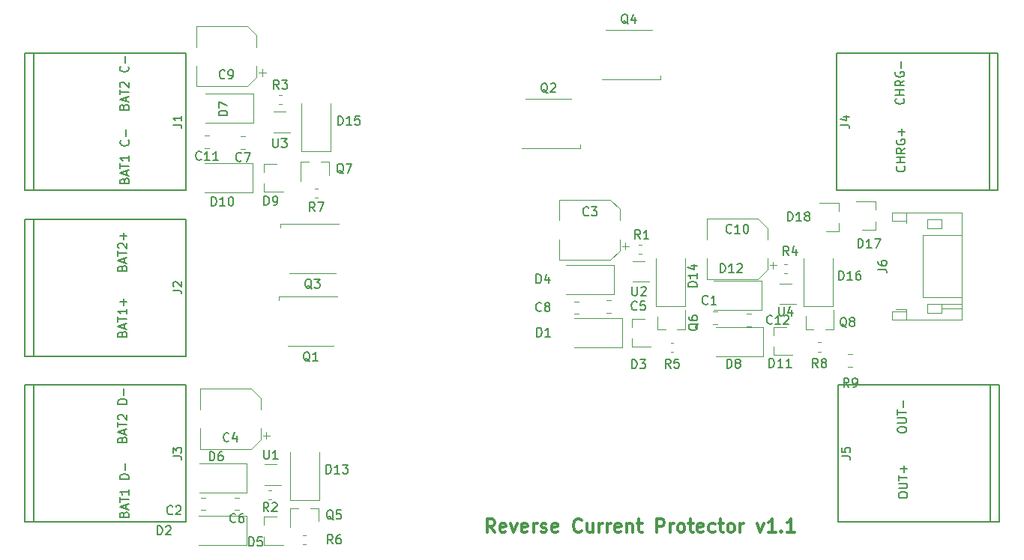
<source format=gbr>
G04 #@! TF.GenerationSoftware,KiCad,Pcbnew,5.0.1*
G04 #@! TF.CreationDate,2019-04-07T22:06:23+02:00*
G04 #@! TF.ProjectId,ppboard,7070626F6172642E6B696361645F7063,rev?*
G04 #@! TF.SameCoordinates,Original*
G04 #@! TF.FileFunction,Legend,Top*
G04 #@! TF.FilePolarity,Positive*
%FSLAX46Y46*%
G04 Gerber Fmt 4.6, Leading zero omitted, Abs format (unit mm)*
G04 Created by KiCad (PCBNEW 5.0.1) date Sun Apr  7 22:06:23 2019*
%MOMM*%
%LPD*%
G01*
G04 APERTURE LIST*
%ADD10C,0.300000*%
%ADD11C,0.200000*%
%ADD12C,0.120000*%
%ADD13C,0.150000*%
G04 APERTURE END LIST*
D10*
X140358714Y-92678571D02*
X139858714Y-91964285D01*
X139501571Y-92678571D02*
X139501571Y-91178571D01*
X140073000Y-91178571D01*
X140215857Y-91250000D01*
X140287285Y-91321428D01*
X140358714Y-91464285D01*
X140358714Y-91678571D01*
X140287285Y-91821428D01*
X140215857Y-91892857D01*
X140073000Y-91964285D01*
X139501571Y-91964285D01*
X141573000Y-92607142D02*
X141430142Y-92678571D01*
X141144428Y-92678571D01*
X141001571Y-92607142D01*
X140930142Y-92464285D01*
X140930142Y-91892857D01*
X141001571Y-91750000D01*
X141144428Y-91678571D01*
X141430142Y-91678571D01*
X141573000Y-91750000D01*
X141644428Y-91892857D01*
X141644428Y-92035714D01*
X140930142Y-92178571D01*
X142144428Y-91678571D02*
X142501571Y-92678571D01*
X142858714Y-91678571D01*
X144001571Y-92607142D02*
X143858714Y-92678571D01*
X143573000Y-92678571D01*
X143430142Y-92607142D01*
X143358714Y-92464285D01*
X143358714Y-91892857D01*
X143430142Y-91750000D01*
X143573000Y-91678571D01*
X143858714Y-91678571D01*
X144001571Y-91750000D01*
X144073000Y-91892857D01*
X144073000Y-92035714D01*
X143358714Y-92178571D01*
X144715857Y-92678571D02*
X144715857Y-91678571D01*
X144715857Y-91964285D02*
X144787285Y-91821428D01*
X144858714Y-91750000D01*
X145001571Y-91678571D01*
X145144428Y-91678571D01*
X145573000Y-92607142D02*
X145715857Y-92678571D01*
X146001571Y-92678571D01*
X146144428Y-92607142D01*
X146215857Y-92464285D01*
X146215857Y-92392857D01*
X146144428Y-92250000D01*
X146001571Y-92178571D01*
X145787285Y-92178571D01*
X145644428Y-92107142D01*
X145573000Y-91964285D01*
X145573000Y-91892857D01*
X145644428Y-91750000D01*
X145787285Y-91678571D01*
X146001571Y-91678571D01*
X146144428Y-91750000D01*
X147430142Y-92607142D02*
X147287285Y-92678571D01*
X147001571Y-92678571D01*
X146858714Y-92607142D01*
X146787285Y-92464285D01*
X146787285Y-91892857D01*
X146858714Y-91750000D01*
X147001571Y-91678571D01*
X147287285Y-91678571D01*
X147430142Y-91750000D01*
X147501571Y-91892857D01*
X147501571Y-92035714D01*
X146787285Y-92178571D01*
X150144428Y-92535714D02*
X150073000Y-92607142D01*
X149858714Y-92678571D01*
X149715857Y-92678571D01*
X149501571Y-92607142D01*
X149358714Y-92464285D01*
X149287285Y-92321428D01*
X149215857Y-92035714D01*
X149215857Y-91821428D01*
X149287285Y-91535714D01*
X149358714Y-91392857D01*
X149501571Y-91250000D01*
X149715857Y-91178571D01*
X149858714Y-91178571D01*
X150073000Y-91250000D01*
X150144428Y-91321428D01*
X151430142Y-91678571D02*
X151430142Y-92678571D01*
X150787285Y-91678571D02*
X150787285Y-92464285D01*
X150858714Y-92607142D01*
X151001571Y-92678571D01*
X151215857Y-92678571D01*
X151358714Y-92607142D01*
X151430142Y-92535714D01*
X152144428Y-92678571D02*
X152144428Y-91678571D01*
X152144428Y-91964285D02*
X152215857Y-91821428D01*
X152287285Y-91750000D01*
X152430142Y-91678571D01*
X152573000Y-91678571D01*
X153073000Y-92678571D02*
X153073000Y-91678571D01*
X153073000Y-91964285D02*
X153144428Y-91821428D01*
X153215857Y-91750000D01*
X153358714Y-91678571D01*
X153501571Y-91678571D01*
X154573000Y-92607142D02*
X154430142Y-92678571D01*
X154144428Y-92678571D01*
X154001571Y-92607142D01*
X153930142Y-92464285D01*
X153930142Y-91892857D01*
X154001571Y-91750000D01*
X154144428Y-91678571D01*
X154430142Y-91678571D01*
X154573000Y-91750000D01*
X154644428Y-91892857D01*
X154644428Y-92035714D01*
X153930142Y-92178571D01*
X155287285Y-91678571D02*
X155287285Y-92678571D01*
X155287285Y-91821428D02*
X155358714Y-91750000D01*
X155501571Y-91678571D01*
X155715857Y-91678571D01*
X155858714Y-91750000D01*
X155930142Y-91892857D01*
X155930142Y-92678571D01*
X156430142Y-91678571D02*
X157001571Y-91678571D01*
X156644428Y-91178571D02*
X156644428Y-92464285D01*
X156715857Y-92607142D01*
X156858714Y-92678571D01*
X157001571Y-92678571D01*
X158644428Y-92678571D02*
X158644428Y-91178571D01*
X159215857Y-91178571D01*
X159358714Y-91250000D01*
X159430142Y-91321428D01*
X159501571Y-91464285D01*
X159501571Y-91678571D01*
X159430142Y-91821428D01*
X159358714Y-91892857D01*
X159215857Y-91964285D01*
X158644428Y-91964285D01*
X160144428Y-92678571D02*
X160144428Y-91678571D01*
X160144428Y-91964285D02*
X160215857Y-91821428D01*
X160287285Y-91750000D01*
X160430142Y-91678571D01*
X160573000Y-91678571D01*
X161287285Y-92678571D02*
X161144428Y-92607142D01*
X161073000Y-92535714D01*
X161001571Y-92392857D01*
X161001571Y-91964285D01*
X161073000Y-91821428D01*
X161144428Y-91750000D01*
X161287285Y-91678571D01*
X161501571Y-91678571D01*
X161644428Y-91750000D01*
X161715857Y-91821428D01*
X161787285Y-91964285D01*
X161787285Y-92392857D01*
X161715857Y-92535714D01*
X161644428Y-92607142D01*
X161501571Y-92678571D01*
X161287285Y-92678571D01*
X162215857Y-91678571D02*
X162787285Y-91678571D01*
X162430142Y-91178571D02*
X162430142Y-92464285D01*
X162501571Y-92607142D01*
X162644428Y-92678571D01*
X162787285Y-92678571D01*
X163858714Y-92607142D02*
X163715857Y-92678571D01*
X163430142Y-92678571D01*
X163287285Y-92607142D01*
X163215857Y-92464285D01*
X163215857Y-91892857D01*
X163287285Y-91750000D01*
X163430142Y-91678571D01*
X163715857Y-91678571D01*
X163858714Y-91750000D01*
X163930142Y-91892857D01*
X163930142Y-92035714D01*
X163215857Y-92178571D01*
X165215857Y-92607142D02*
X165073000Y-92678571D01*
X164787285Y-92678571D01*
X164644428Y-92607142D01*
X164573000Y-92535714D01*
X164501571Y-92392857D01*
X164501571Y-91964285D01*
X164573000Y-91821428D01*
X164644428Y-91750000D01*
X164787285Y-91678571D01*
X165073000Y-91678571D01*
X165215857Y-91750000D01*
X165644428Y-91678571D02*
X166215857Y-91678571D01*
X165858714Y-91178571D02*
X165858714Y-92464285D01*
X165930142Y-92607142D01*
X166073000Y-92678571D01*
X166215857Y-92678571D01*
X166930142Y-92678571D02*
X166787285Y-92607142D01*
X166715857Y-92535714D01*
X166644428Y-92392857D01*
X166644428Y-91964285D01*
X166715857Y-91821428D01*
X166787285Y-91750000D01*
X166930142Y-91678571D01*
X167144428Y-91678571D01*
X167287285Y-91750000D01*
X167358714Y-91821428D01*
X167430142Y-91964285D01*
X167430142Y-92392857D01*
X167358714Y-92535714D01*
X167287285Y-92607142D01*
X167144428Y-92678571D01*
X166930142Y-92678571D01*
X168073000Y-92678571D02*
X168073000Y-91678571D01*
X168073000Y-91964285D02*
X168144428Y-91821428D01*
X168215857Y-91750000D01*
X168358714Y-91678571D01*
X168501571Y-91678571D01*
X170001571Y-91678571D02*
X170358714Y-92678571D01*
X170715857Y-91678571D01*
X172073000Y-92678571D02*
X171215857Y-92678571D01*
X171644428Y-92678571D02*
X171644428Y-91178571D01*
X171501571Y-91392857D01*
X171358714Y-91535714D01*
X171215857Y-91607142D01*
X172715857Y-92535714D02*
X172787285Y-92607142D01*
X172715857Y-92678571D01*
X172644428Y-92607142D01*
X172715857Y-92535714D01*
X172715857Y-92678571D01*
X174215857Y-92678571D02*
X173358714Y-92678571D01*
X173787285Y-92678571D02*
X173787285Y-91178571D01*
X173644428Y-91392857D01*
X173501571Y-91535714D01*
X173358714Y-91607142D01*
D11*
X185852380Y-81169047D02*
X185852380Y-80978571D01*
X185900000Y-80883333D01*
X185995238Y-80788095D01*
X186185714Y-80740476D01*
X186519047Y-80740476D01*
X186709523Y-80788095D01*
X186804761Y-80883333D01*
X186852380Y-80978571D01*
X186852380Y-81169047D01*
X186804761Y-81264285D01*
X186709523Y-81359523D01*
X186519047Y-81407142D01*
X186185714Y-81407142D01*
X185995238Y-81359523D01*
X185900000Y-81264285D01*
X185852380Y-81169047D01*
X185852380Y-80311904D02*
X186661904Y-80311904D01*
X186757142Y-80264285D01*
X186804761Y-80216666D01*
X186852380Y-80121428D01*
X186852380Y-79930952D01*
X186804761Y-79835714D01*
X186757142Y-79788095D01*
X186661904Y-79740476D01*
X185852380Y-79740476D01*
X185852380Y-79407142D02*
X185852380Y-78835714D01*
X186852380Y-79121428D02*
X185852380Y-79121428D01*
X186471428Y-78502380D02*
X186471428Y-77740476D01*
X185952380Y-88569047D02*
X185952380Y-88378571D01*
X186000000Y-88283333D01*
X186095238Y-88188095D01*
X186285714Y-88140476D01*
X186619047Y-88140476D01*
X186809523Y-88188095D01*
X186904761Y-88283333D01*
X186952380Y-88378571D01*
X186952380Y-88569047D01*
X186904761Y-88664285D01*
X186809523Y-88759523D01*
X186619047Y-88807142D01*
X186285714Y-88807142D01*
X186095238Y-88759523D01*
X186000000Y-88664285D01*
X185952380Y-88569047D01*
X185952380Y-87711904D02*
X186761904Y-87711904D01*
X186857142Y-87664285D01*
X186904761Y-87616666D01*
X186952380Y-87521428D01*
X186952380Y-87330952D01*
X186904761Y-87235714D01*
X186857142Y-87188095D01*
X186761904Y-87140476D01*
X185952380Y-87140476D01*
X185952380Y-86807142D02*
X185952380Y-86235714D01*
X186952380Y-86521428D02*
X185952380Y-86521428D01*
X186571428Y-85902380D02*
X186571428Y-85140476D01*
X186952380Y-85521428D02*
X186190476Y-85521428D01*
X186607142Y-51283333D02*
X186654761Y-51330952D01*
X186702380Y-51473809D01*
X186702380Y-51569047D01*
X186654761Y-51711904D01*
X186559523Y-51807142D01*
X186464285Y-51854761D01*
X186273809Y-51902380D01*
X186130952Y-51902380D01*
X185940476Y-51854761D01*
X185845238Y-51807142D01*
X185750000Y-51711904D01*
X185702380Y-51569047D01*
X185702380Y-51473809D01*
X185750000Y-51330952D01*
X185797619Y-51283333D01*
X186702380Y-50854761D02*
X185702380Y-50854761D01*
X186178571Y-50854761D02*
X186178571Y-50283333D01*
X186702380Y-50283333D02*
X185702380Y-50283333D01*
X186702380Y-49235714D02*
X186226190Y-49569047D01*
X186702380Y-49807142D02*
X185702380Y-49807142D01*
X185702380Y-49426190D01*
X185750000Y-49330952D01*
X185797619Y-49283333D01*
X185892857Y-49235714D01*
X186035714Y-49235714D01*
X186130952Y-49283333D01*
X186178571Y-49330952D01*
X186226190Y-49426190D01*
X186226190Y-49807142D01*
X185750000Y-48283333D02*
X185702380Y-48378571D01*
X185702380Y-48521428D01*
X185750000Y-48664285D01*
X185845238Y-48759523D01*
X185940476Y-48807142D01*
X186130952Y-48854761D01*
X186273809Y-48854761D01*
X186464285Y-48807142D01*
X186559523Y-48759523D01*
X186654761Y-48664285D01*
X186702380Y-48521428D01*
X186702380Y-48426190D01*
X186654761Y-48283333D01*
X186607142Y-48235714D01*
X186273809Y-48235714D01*
X186273809Y-48426190D01*
X186321428Y-47807142D02*
X186321428Y-47045238D01*
X186702380Y-47426190D02*
X185940476Y-47426190D01*
X186507142Y-43633333D02*
X186554761Y-43680952D01*
X186602380Y-43823809D01*
X186602380Y-43919047D01*
X186554761Y-44061904D01*
X186459523Y-44157142D01*
X186364285Y-44204761D01*
X186173809Y-44252380D01*
X186030952Y-44252380D01*
X185840476Y-44204761D01*
X185745238Y-44157142D01*
X185650000Y-44061904D01*
X185602380Y-43919047D01*
X185602380Y-43823809D01*
X185650000Y-43680952D01*
X185697619Y-43633333D01*
X186602380Y-43204761D02*
X185602380Y-43204761D01*
X186078571Y-43204761D02*
X186078571Y-42633333D01*
X186602380Y-42633333D02*
X185602380Y-42633333D01*
X186602380Y-41585714D02*
X186126190Y-41919047D01*
X186602380Y-42157142D02*
X185602380Y-42157142D01*
X185602380Y-41776190D01*
X185650000Y-41680952D01*
X185697619Y-41633333D01*
X185792857Y-41585714D01*
X185935714Y-41585714D01*
X186030952Y-41633333D01*
X186078571Y-41680952D01*
X186126190Y-41776190D01*
X186126190Y-42157142D01*
X185650000Y-40633333D02*
X185602380Y-40728571D01*
X185602380Y-40871428D01*
X185650000Y-41014285D01*
X185745238Y-41109523D01*
X185840476Y-41157142D01*
X186030952Y-41204761D01*
X186173809Y-41204761D01*
X186364285Y-41157142D01*
X186459523Y-41109523D01*
X186554761Y-41014285D01*
X186602380Y-40871428D01*
X186602380Y-40776190D01*
X186554761Y-40633333D01*
X186507142Y-40585714D01*
X186173809Y-40585714D01*
X186173809Y-40776190D01*
X186221428Y-40157142D02*
X186221428Y-39395238D01*
X98278571Y-82164285D02*
X98326190Y-82021428D01*
X98373809Y-81973809D01*
X98469047Y-81926190D01*
X98611904Y-81926190D01*
X98707142Y-81973809D01*
X98754761Y-82021428D01*
X98802380Y-82116666D01*
X98802380Y-82497619D01*
X97802380Y-82497619D01*
X97802380Y-82164285D01*
X97850000Y-82069047D01*
X97897619Y-82021428D01*
X97992857Y-81973809D01*
X98088095Y-81973809D01*
X98183333Y-82021428D01*
X98230952Y-82069047D01*
X98278571Y-82164285D01*
X98278571Y-82497619D01*
X98516666Y-81545238D02*
X98516666Y-81069047D01*
X98802380Y-81640476D02*
X97802380Y-81307142D01*
X98802380Y-80973809D01*
X97802380Y-80783333D02*
X97802380Y-80211904D01*
X98802380Y-80497619D02*
X97802380Y-80497619D01*
X97897619Y-79926190D02*
X97850000Y-79878571D01*
X97802380Y-79783333D01*
X97802380Y-79545238D01*
X97850000Y-79450000D01*
X97897619Y-79402380D01*
X97992857Y-79354761D01*
X98088095Y-79354761D01*
X98230952Y-79402380D01*
X98802380Y-79973809D01*
X98802380Y-79354761D01*
X98802380Y-78164285D02*
X97802380Y-78164285D01*
X97802380Y-77926190D01*
X97850000Y-77783333D01*
X97945238Y-77688095D01*
X98040476Y-77640476D01*
X98230952Y-77592857D01*
X98373809Y-77592857D01*
X98564285Y-77640476D01*
X98659523Y-77688095D01*
X98754761Y-77783333D01*
X98802380Y-77926190D01*
X98802380Y-78164285D01*
X98421428Y-77164285D02*
X98421428Y-76402380D01*
X98478571Y-90664285D02*
X98526190Y-90521428D01*
X98573809Y-90473809D01*
X98669047Y-90426190D01*
X98811904Y-90426190D01*
X98907142Y-90473809D01*
X98954761Y-90521428D01*
X99002380Y-90616666D01*
X99002380Y-90997619D01*
X98002380Y-90997619D01*
X98002380Y-90664285D01*
X98050000Y-90569047D01*
X98097619Y-90521428D01*
X98192857Y-90473809D01*
X98288095Y-90473809D01*
X98383333Y-90521428D01*
X98430952Y-90569047D01*
X98478571Y-90664285D01*
X98478571Y-90997619D01*
X98716666Y-90045238D02*
X98716666Y-89569047D01*
X99002380Y-90140476D02*
X98002380Y-89807142D01*
X99002380Y-89473809D01*
X98002380Y-89283333D02*
X98002380Y-88711904D01*
X99002380Y-88997619D02*
X98002380Y-88997619D01*
X99002380Y-87854761D02*
X99002380Y-88426190D01*
X99002380Y-88140476D02*
X98002380Y-88140476D01*
X98145238Y-88235714D01*
X98240476Y-88330952D01*
X98288095Y-88426190D01*
X99002380Y-86664285D02*
X98002380Y-86664285D01*
X98002380Y-86426190D01*
X98050000Y-86283333D01*
X98145238Y-86188095D01*
X98240476Y-86140476D01*
X98430952Y-86092857D01*
X98573809Y-86092857D01*
X98764285Y-86140476D01*
X98859523Y-86188095D01*
X98954761Y-86283333D01*
X99002380Y-86426190D01*
X99002380Y-86664285D01*
X98621428Y-85664285D02*
X98621428Y-84902380D01*
X98278571Y-70233333D02*
X98326190Y-70090476D01*
X98373809Y-70042857D01*
X98469047Y-69995238D01*
X98611904Y-69995238D01*
X98707142Y-70042857D01*
X98754761Y-70090476D01*
X98802380Y-70185714D01*
X98802380Y-70566666D01*
X97802380Y-70566666D01*
X97802380Y-70233333D01*
X97850000Y-70138095D01*
X97897619Y-70090476D01*
X97992857Y-70042857D01*
X98088095Y-70042857D01*
X98183333Y-70090476D01*
X98230952Y-70138095D01*
X98278571Y-70233333D01*
X98278571Y-70566666D01*
X98516666Y-69614285D02*
X98516666Y-69138095D01*
X98802380Y-69709523D02*
X97802380Y-69376190D01*
X98802380Y-69042857D01*
X97802380Y-68852380D02*
X97802380Y-68280952D01*
X98802380Y-68566666D02*
X97802380Y-68566666D01*
X98802380Y-67423809D02*
X98802380Y-67995238D01*
X98802380Y-67709523D02*
X97802380Y-67709523D01*
X97945238Y-67804761D01*
X98040476Y-67900000D01*
X98088095Y-67995238D01*
X98421428Y-66995238D02*
X98421428Y-66233333D01*
X98802380Y-66614285D02*
X98040476Y-66614285D01*
X98278571Y-62783333D02*
X98326190Y-62640476D01*
X98373809Y-62592857D01*
X98469047Y-62545238D01*
X98611904Y-62545238D01*
X98707142Y-62592857D01*
X98754761Y-62640476D01*
X98802380Y-62735714D01*
X98802380Y-63116666D01*
X97802380Y-63116666D01*
X97802380Y-62783333D01*
X97850000Y-62688095D01*
X97897619Y-62640476D01*
X97992857Y-62592857D01*
X98088095Y-62592857D01*
X98183333Y-62640476D01*
X98230952Y-62688095D01*
X98278571Y-62783333D01*
X98278571Y-63116666D01*
X98516666Y-62164285D02*
X98516666Y-61688095D01*
X98802380Y-62259523D02*
X97802380Y-61926190D01*
X98802380Y-61592857D01*
X97802380Y-61402380D02*
X97802380Y-60830952D01*
X98802380Y-61116666D02*
X97802380Y-61116666D01*
X97897619Y-60545238D02*
X97850000Y-60497619D01*
X97802380Y-60402380D01*
X97802380Y-60164285D01*
X97850000Y-60069047D01*
X97897619Y-60021428D01*
X97992857Y-59973809D01*
X98088095Y-59973809D01*
X98230952Y-60021428D01*
X98802380Y-60592857D01*
X98802380Y-59973809D01*
X98421428Y-59545238D02*
X98421428Y-58783333D01*
X98802380Y-59164285D02*
X98040476Y-59164285D01*
X98528571Y-52914285D02*
X98576190Y-52771428D01*
X98623809Y-52723809D01*
X98719047Y-52676190D01*
X98861904Y-52676190D01*
X98957142Y-52723809D01*
X99004761Y-52771428D01*
X99052380Y-52866666D01*
X99052380Y-53247619D01*
X98052380Y-53247619D01*
X98052380Y-52914285D01*
X98100000Y-52819047D01*
X98147619Y-52771428D01*
X98242857Y-52723809D01*
X98338095Y-52723809D01*
X98433333Y-52771428D01*
X98480952Y-52819047D01*
X98528571Y-52914285D01*
X98528571Y-53247619D01*
X98766666Y-52295238D02*
X98766666Y-51819047D01*
X99052380Y-52390476D02*
X98052380Y-52057142D01*
X99052380Y-51723809D01*
X98052380Y-51533333D02*
X98052380Y-50961904D01*
X99052380Y-51247619D02*
X98052380Y-51247619D01*
X99052380Y-50104761D02*
X99052380Y-50676190D01*
X99052380Y-50390476D02*
X98052380Y-50390476D01*
X98195238Y-50485714D01*
X98290476Y-50580952D01*
X98338095Y-50676190D01*
X98957142Y-48342857D02*
X99004761Y-48390476D01*
X99052380Y-48533333D01*
X99052380Y-48628571D01*
X99004761Y-48771428D01*
X98909523Y-48866666D01*
X98814285Y-48914285D01*
X98623809Y-48961904D01*
X98480952Y-48961904D01*
X98290476Y-48914285D01*
X98195238Y-48866666D01*
X98100000Y-48771428D01*
X98052380Y-48628571D01*
X98052380Y-48533333D01*
X98100000Y-48390476D01*
X98147619Y-48342857D01*
X98671428Y-47914285D02*
X98671428Y-47152380D01*
X98478571Y-44564285D02*
X98526190Y-44421428D01*
X98573809Y-44373809D01*
X98669047Y-44326190D01*
X98811904Y-44326190D01*
X98907142Y-44373809D01*
X98954761Y-44421428D01*
X99002380Y-44516666D01*
X99002380Y-44897619D01*
X98002380Y-44897619D01*
X98002380Y-44564285D01*
X98050000Y-44469047D01*
X98097619Y-44421428D01*
X98192857Y-44373809D01*
X98288095Y-44373809D01*
X98383333Y-44421428D01*
X98430952Y-44469047D01*
X98478571Y-44564285D01*
X98478571Y-44897619D01*
X98716666Y-43945238D02*
X98716666Y-43469047D01*
X99002380Y-44040476D02*
X98002380Y-43707142D01*
X99002380Y-43373809D01*
X98002380Y-43183333D02*
X98002380Y-42611904D01*
X99002380Y-42897619D02*
X98002380Y-42897619D01*
X98097619Y-42326190D02*
X98050000Y-42278571D01*
X98002380Y-42183333D01*
X98002380Y-41945238D01*
X98050000Y-41850000D01*
X98097619Y-41802380D01*
X98192857Y-41754761D01*
X98288095Y-41754761D01*
X98430952Y-41802380D01*
X99002380Y-42373809D01*
X99002380Y-41754761D01*
X98907142Y-39992857D02*
X98954761Y-40040476D01*
X99002380Y-40183333D01*
X99002380Y-40278571D01*
X98954761Y-40421428D01*
X98859523Y-40516666D01*
X98764285Y-40564285D01*
X98573809Y-40611904D01*
X98430952Y-40611904D01*
X98240476Y-40564285D01*
X98145238Y-40516666D01*
X98050000Y-40421428D01*
X98002380Y-40278571D01*
X98002380Y-40183333D01*
X98050000Y-40040476D01*
X98097619Y-39992857D01*
X98621428Y-39564285D02*
X98621428Y-38802380D01*
D12*
G04 #@! TO.C,Q3*
X122375000Y-63400000D02*
X117175000Y-63400000D01*
X122775000Y-57800000D02*
X116175000Y-57800000D01*
X116175000Y-57800000D02*
X116175000Y-58200000D01*
G04 #@! TO.C,Q4*
X159100000Y-41450000D02*
X159100000Y-41050000D01*
X152500000Y-41450000D02*
X159100000Y-41450000D01*
X152900000Y-35850000D02*
X158100000Y-35850000D01*
G04 #@! TO.C,Q1*
X115975000Y-66025000D02*
X115975000Y-66425000D01*
X122575000Y-66025000D02*
X115975000Y-66025000D01*
X122175000Y-71625000D02*
X116975000Y-71625000D01*
G04 #@! TO.C,Q2*
X143825000Y-43650000D02*
X149025000Y-43650000D01*
X143425000Y-49250000D02*
X150025000Y-49250000D01*
X150025000Y-49250000D02*
X150025000Y-48850000D01*
G04 #@! TO.C,U1*
X114340000Y-87334000D02*
X116240000Y-87334000D01*
X115740000Y-85014000D02*
X114340000Y-85014000D01*
G04 #@! TO.C,R6*
X118687221Y-93014000D02*
X119012779Y-93014000D01*
X118687221Y-94034000D02*
X119012779Y-94034000D01*
G04 #@! TO.C,Q8*
X175445000Y-69710000D02*
X175445000Y-68250000D01*
X178605000Y-69710000D02*
X178605000Y-67550000D01*
X178605000Y-69710000D02*
X177675000Y-69710000D01*
X175445000Y-69710000D02*
X176375000Y-69710000D01*
G04 #@! TO.C,D12*
X170500000Y-67575000D02*
X165100000Y-67575000D01*
X170500000Y-64275000D02*
X165100000Y-64275000D01*
X170500000Y-67575000D02*
X170500000Y-64275000D01*
G04 #@! TO.C,D8*
X170700000Y-72800000D02*
X165300000Y-72800000D01*
X170700000Y-69500000D02*
X165300000Y-69500000D01*
X170700000Y-72800000D02*
X170700000Y-69500000D01*
G04 #@! TO.C,R4*
X173362779Y-63410000D02*
X173037221Y-63410000D01*
X173362779Y-62390000D02*
X173037221Y-62390000D01*
G04 #@! TO.C,C10*
X171793750Y-62866250D02*
X171793750Y-62078750D01*
X172187500Y-62472500D02*
X171400000Y-62472500D01*
X171160000Y-58279437D02*
X170095563Y-57215000D01*
X171160000Y-62970563D02*
X170095563Y-64035000D01*
X171160000Y-62970563D02*
X171160000Y-61685000D01*
X171160000Y-58279437D02*
X171160000Y-59565000D01*
X170095563Y-57215000D02*
X164340000Y-57215000D01*
X170095563Y-64035000D02*
X164340000Y-64035000D01*
X164340000Y-64035000D02*
X164340000Y-61685000D01*
X164340000Y-57215000D02*
X164340000Y-59565000D01*
G04 #@! TO.C,C12*
X169308578Y-69385000D02*
X168791422Y-69385000D01*
X169308578Y-67965000D02*
X168791422Y-67965000D01*
G04 #@! TO.C,U4*
X173900000Y-64565000D02*
X172500000Y-64565000D01*
X172500000Y-66885000D02*
X174400000Y-66885000D01*
G04 #@! TO.C,C1*
X165016422Y-69110000D02*
X165533578Y-69110000D01*
X165016422Y-67690000D02*
X165533578Y-67690000D01*
G04 #@! TO.C,R1*
X156937779Y-60190000D02*
X156612221Y-60190000D01*
X156937779Y-61210000D02*
X156612221Y-61210000D01*
G04 #@! TO.C,C3*
X155118750Y-60716250D02*
X155118750Y-59928750D01*
X155512500Y-60322500D02*
X154725000Y-60322500D01*
X154485000Y-56129437D02*
X153420563Y-55065000D01*
X154485000Y-60820563D02*
X153420563Y-61885000D01*
X154485000Y-60820563D02*
X154485000Y-59535000D01*
X154485000Y-56129437D02*
X154485000Y-57415000D01*
X153420563Y-55065000D02*
X147665000Y-55065000D01*
X153420563Y-61885000D02*
X147665000Y-61885000D01*
X147665000Y-61885000D02*
X147665000Y-59535000D01*
X147665000Y-55065000D02*
X147665000Y-57415000D01*
G04 #@! TO.C,C9*
X114093750Y-41091250D02*
X114093750Y-40303750D01*
X114487500Y-40697500D02*
X113700000Y-40697500D01*
X113460000Y-36504437D02*
X112395563Y-35440000D01*
X113460000Y-41195563D02*
X112395563Y-42260000D01*
X113460000Y-41195563D02*
X113460000Y-39910000D01*
X113460000Y-36504437D02*
X113460000Y-37790000D01*
X112395563Y-35440000D02*
X106640000Y-35440000D01*
X112395563Y-42260000D02*
X106640000Y-42260000D01*
X106640000Y-42260000D02*
X106640000Y-39910000D01*
X106640000Y-35440000D02*
X106640000Y-37790000D01*
D13*
G04 #@! TO.C,J2*
X105500000Y-72750000D02*
X105500000Y-57250000D01*
X87300000Y-57250000D02*
X105500000Y-57250000D01*
X87300000Y-72750000D02*
X105500000Y-72750000D01*
X87300000Y-72750000D02*
X87300000Y-57250000D01*
X88300000Y-57250000D02*
X88300000Y-72750000D01*
G04 #@! TO.C,J3*
X88300000Y-76000000D02*
X88300000Y-91500000D01*
X87300000Y-91500000D02*
X87300000Y-76000000D01*
X87300000Y-91500000D02*
X105500000Y-91500000D01*
X87300000Y-76000000D02*
X105500000Y-76000000D01*
X105500000Y-91500000D02*
X105500000Y-76000000D01*
G04 #@! TO.C,J1*
X105500000Y-54000000D02*
X105500000Y-38500000D01*
X87300000Y-38500000D02*
X105500000Y-38500000D01*
X87300000Y-54000000D02*
X105500000Y-54000000D01*
X87300000Y-54000000D02*
X87300000Y-38500000D01*
X88300000Y-38500000D02*
X88300000Y-54000000D01*
G04 #@! TO.C,J4*
X179000000Y-38500000D02*
X179000000Y-54000000D01*
X197200000Y-54000000D02*
X179000000Y-54000000D01*
X197200000Y-38500000D02*
X179000000Y-38500000D01*
X197200000Y-38500000D02*
X197200000Y-54000000D01*
X196200000Y-54000000D02*
X196200000Y-38500000D01*
G04 #@! TO.C,J5*
X196300000Y-91500000D02*
X196300000Y-76000000D01*
X197300000Y-76000000D02*
X197300000Y-91500000D01*
X197300000Y-76000000D02*
X179100000Y-76000000D01*
X197300000Y-91500000D02*
X179100000Y-91500000D01*
X179100000Y-76000000D02*
X179100000Y-91500000D01*
D12*
G04 #@! TO.C,C4*
X114545750Y-82115250D02*
X114545750Y-81327750D01*
X114939500Y-81721500D02*
X114152000Y-81721500D01*
X113912000Y-77528437D02*
X112847563Y-76464000D01*
X113912000Y-82219563D02*
X112847563Y-83284000D01*
X113912000Y-82219563D02*
X113912000Y-80934000D01*
X113912000Y-77528437D02*
X113912000Y-78814000D01*
X112847563Y-76464000D02*
X107092000Y-76464000D01*
X112847563Y-83284000D02*
X107092000Y-83284000D01*
X107092000Y-83284000D02*
X107092000Y-80934000D01*
X107092000Y-76464000D02*
X107092000Y-78814000D01*
G04 #@! TO.C,R2*
X115139279Y-87934000D02*
X114813721Y-87934000D01*
X115139279Y-88954000D02*
X114813721Y-88954000D01*
G04 #@! TO.C,R3*
X116312779Y-44250000D02*
X115987221Y-44250000D01*
X116312779Y-43230000D02*
X115987221Y-43230000D01*
G04 #@! TO.C,U2*
X155900000Y-64360000D02*
X157800000Y-64360000D01*
X157300000Y-62040000D02*
X155900000Y-62040000D01*
G04 #@! TO.C,U3*
X116750000Y-45120000D02*
X115350000Y-45120000D01*
X115350000Y-47440000D02*
X117250000Y-47440000D01*
G04 #@! TO.C,C2*
X107161422Y-88750000D02*
X107678578Y-88750000D01*
X107161422Y-90170000D02*
X107678578Y-90170000D01*
G04 #@! TO.C,C5*
X153483578Y-67835000D02*
X152966422Y-67835000D01*
X153483578Y-66415000D02*
X152966422Y-66415000D01*
G04 #@! TO.C,C6*
X111488578Y-88750000D02*
X110971422Y-88750000D01*
X111488578Y-90170000D02*
X110971422Y-90170000D01*
G04 #@! TO.C,C7*
X111641422Y-49310000D02*
X112158578Y-49310000D01*
X111641422Y-47890000D02*
X112158578Y-47890000D01*
G04 #@! TO.C,C8*
X149341422Y-67985000D02*
X149858578Y-67985000D01*
X149341422Y-66565000D02*
X149858578Y-66565000D01*
G04 #@! TO.C,C11*
X108108578Y-49210000D02*
X107591422Y-49210000D01*
X108108578Y-47790000D02*
X107591422Y-47790000D01*
G04 #@! TO.C,D1*
X154725000Y-71775000D02*
X154725000Y-68475000D01*
X154725000Y-68475000D02*
X149325000Y-68475000D01*
X154725000Y-71775000D02*
X149325000Y-71775000D01*
G04 #@! TO.C,D2*
X112344000Y-94158000D02*
X106944000Y-94158000D01*
X112344000Y-90858000D02*
X106944000Y-90858000D01*
X112344000Y-94158000D02*
X112344000Y-90858000D01*
G04 #@! TO.C,D4*
X153809500Y-65750000D02*
X153809500Y-62450000D01*
X153809500Y-62450000D02*
X148409500Y-62450000D01*
X153809500Y-65750000D02*
X148409500Y-65750000D01*
G04 #@! TO.C,D6*
X112352000Y-88224000D02*
X112352000Y-84924000D01*
X112352000Y-84924000D02*
X106952000Y-84924000D01*
X112352000Y-88224000D02*
X106952000Y-88224000D01*
G04 #@! TO.C,D7*
X113050000Y-46400000D02*
X107650000Y-46400000D01*
X113050000Y-43100000D02*
X107650000Y-43100000D01*
X113050000Y-46400000D02*
X113050000Y-43100000D01*
G04 #@! TO.C,D10*
X112979000Y-54280000D02*
X107579000Y-54280000D01*
X112979000Y-50980000D02*
X107579000Y-50980000D01*
X112979000Y-54280000D02*
X112979000Y-50980000D01*
G04 #@! TO.C,D13*
X117200000Y-89050000D02*
X117200000Y-83650000D01*
X120500000Y-89050000D02*
X120500000Y-83650000D01*
X117200000Y-89050000D02*
X120500000Y-89050000D01*
G04 #@! TO.C,D15*
X118533500Y-49553000D02*
X121833500Y-49553000D01*
X121833500Y-49553000D02*
X121833500Y-44153000D01*
X118533500Y-49553000D02*
X118533500Y-44153000D01*
G04 #@! TO.C,D16*
X175275000Y-67100000D02*
X175275000Y-61700000D01*
X178575000Y-67100000D02*
X178575000Y-61700000D01*
X175275000Y-67100000D02*
X178575000Y-67100000D01*
G04 #@! TO.C,Q5*
X120430000Y-89970000D02*
X120430000Y-91430000D01*
X117270000Y-89970000D02*
X117270000Y-92130000D01*
X117270000Y-89970000D02*
X118200000Y-89970000D01*
X120430000Y-89970000D02*
X119500000Y-89970000D01*
G04 #@! TO.C,Q6*
X158720000Y-69735000D02*
X159650000Y-69735000D01*
X161880000Y-69735000D02*
X160950000Y-69735000D01*
X161880000Y-69735000D02*
X161880000Y-67575000D01*
X158720000Y-69735000D02*
X158720000Y-68275000D01*
G04 #@! TO.C,Q7*
X121620000Y-50810000D02*
X120690000Y-50810000D01*
X118460000Y-50810000D02*
X119390000Y-50810000D01*
X118460000Y-50810000D02*
X118460000Y-52970000D01*
X121620000Y-50810000D02*
X121620000Y-52270000D01*
G04 #@! TO.C,R5*
X160537779Y-71265000D02*
X160212221Y-71265000D01*
X160537779Y-72285000D02*
X160212221Y-72285000D01*
G04 #@! TO.C,R7*
X120027221Y-54830000D02*
X120352779Y-54830000D01*
X120027221Y-53810000D02*
X120352779Y-53810000D01*
G04 #@! TO.C,R8*
X177187779Y-72235000D02*
X176862221Y-72235000D01*
X177187779Y-71215000D02*
X176862221Y-71215000D01*
G04 #@! TO.C,R9*
X180249922Y-72557500D02*
X180767078Y-72557500D01*
X180249922Y-73977500D02*
X180767078Y-73977500D01*
G04 #@! TO.C,J6*
X186865000Y-67460000D02*
X186865000Y-67740000D01*
X186865000Y-67740000D02*
X185265000Y-67740000D01*
X185265000Y-67740000D02*
X185265000Y-68660000D01*
X185265000Y-68660000D02*
X193085000Y-68660000D01*
X193085000Y-68660000D02*
X193085000Y-56540000D01*
X193085000Y-56540000D02*
X185265000Y-56540000D01*
X185265000Y-56540000D02*
X185265000Y-57460000D01*
X185265000Y-57460000D02*
X186865000Y-57460000D01*
X186865000Y-57460000D02*
X186865000Y-57740000D01*
X193085000Y-66100000D02*
X188725000Y-66100000D01*
X188725000Y-66100000D02*
X188725000Y-59100000D01*
X188725000Y-59100000D02*
X193085000Y-59100000D01*
X186865000Y-68660000D02*
X186865000Y-67740000D01*
X186865000Y-56540000D02*
X186865000Y-57460000D01*
X189225000Y-67900000D02*
X190825000Y-67900000D01*
X190825000Y-67900000D02*
X190825000Y-66900000D01*
X190825000Y-66900000D02*
X189225000Y-66900000D01*
X189225000Y-66900000D02*
X189225000Y-67900000D01*
X189225000Y-57300000D02*
X190825000Y-57300000D01*
X190825000Y-57300000D02*
X190825000Y-58300000D01*
X190825000Y-58300000D02*
X189225000Y-58300000D01*
X189225000Y-58300000D02*
X189225000Y-57300000D01*
X190825000Y-66900000D02*
X193085000Y-66900000D01*
X190825000Y-67400000D02*
X193085000Y-67400000D01*
X186865000Y-67460000D02*
X185650000Y-67460000D01*
G04 #@! TO.C,D3*
X155840000Y-68545000D02*
X155840000Y-69475000D01*
X155840000Y-71705000D02*
X155840000Y-70775000D01*
X155840000Y-71705000D02*
X158000000Y-71705000D01*
X155840000Y-68545000D02*
X157300000Y-68545000D01*
G04 #@! TO.C,D5*
X114280000Y-90928000D02*
X114280000Y-91858000D01*
X114280000Y-94088000D02*
X114280000Y-93158000D01*
X114280000Y-94088000D02*
X116440000Y-94088000D01*
X114280000Y-90928000D02*
X115740000Y-90928000D01*
G04 #@! TO.C,D9*
X114280000Y-51020000D02*
X115740000Y-51020000D01*
X114280000Y-54180000D02*
X116440000Y-54180000D01*
X114280000Y-54180000D02*
X114280000Y-53250000D01*
X114280000Y-51020000D02*
X114280000Y-51950000D01*
G04 #@! TO.C,D11*
X171815000Y-69495000D02*
X173275000Y-69495000D01*
X171815000Y-72655000D02*
X173975000Y-72655000D01*
X171815000Y-72655000D02*
X171815000Y-71725000D01*
X171815000Y-69495000D02*
X171815000Y-70425000D01*
G04 #@! TO.C,D14*
X158575000Y-67075000D02*
X161875000Y-67075000D01*
X161875000Y-67075000D02*
X161875000Y-61675000D01*
X158575000Y-67075000D02*
X158575000Y-61675000D01*
G04 #@! TO.C,D17*
X183335000Y-58455000D02*
X181875000Y-58455000D01*
X183335000Y-55295000D02*
X181175000Y-55295000D01*
X183335000Y-55295000D02*
X183335000Y-56225000D01*
X183335000Y-58455000D02*
X183335000Y-57525000D01*
G04 #@! TO.C,D18*
X179210000Y-58605000D02*
X179210000Y-57675000D01*
X179210000Y-55445000D02*
X179210000Y-56375000D01*
X179210000Y-55445000D02*
X177050000Y-55445000D01*
X179210000Y-58605000D02*
X177750000Y-58605000D01*
G04 #@! TO.C,Q3*
D13*
X119679761Y-65147619D02*
X119584523Y-65100000D01*
X119489285Y-65004761D01*
X119346428Y-64861904D01*
X119251190Y-64814285D01*
X119155952Y-64814285D01*
X119203571Y-65052380D02*
X119108333Y-65004761D01*
X119013095Y-64909523D01*
X118965476Y-64719047D01*
X118965476Y-64385714D01*
X119013095Y-64195238D01*
X119108333Y-64100000D01*
X119203571Y-64052380D01*
X119394047Y-64052380D01*
X119489285Y-64100000D01*
X119584523Y-64195238D01*
X119632142Y-64385714D01*
X119632142Y-64719047D01*
X119584523Y-64909523D01*
X119489285Y-65004761D01*
X119394047Y-65052380D01*
X119203571Y-65052380D01*
X119965476Y-64052380D02*
X120584523Y-64052380D01*
X120251190Y-64433333D01*
X120394047Y-64433333D01*
X120489285Y-64480952D01*
X120536904Y-64528571D01*
X120584523Y-64623809D01*
X120584523Y-64861904D01*
X120536904Y-64957142D01*
X120489285Y-65004761D01*
X120394047Y-65052380D01*
X120108333Y-65052380D01*
X120013095Y-65004761D01*
X119965476Y-64957142D01*
G04 #@! TO.C,Q4*
X155404761Y-35197619D02*
X155309523Y-35150000D01*
X155214285Y-35054761D01*
X155071428Y-34911904D01*
X154976190Y-34864285D01*
X154880952Y-34864285D01*
X154928571Y-35102380D02*
X154833333Y-35054761D01*
X154738095Y-34959523D01*
X154690476Y-34769047D01*
X154690476Y-34435714D01*
X154738095Y-34245238D01*
X154833333Y-34150000D01*
X154928571Y-34102380D01*
X155119047Y-34102380D01*
X155214285Y-34150000D01*
X155309523Y-34245238D01*
X155357142Y-34435714D01*
X155357142Y-34769047D01*
X155309523Y-34959523D01*
X155214285Y-35054761D01*
X155119047Y-35102380D01*
X154928571Y-35102380D01*
X156214285Y-34435714D02*
X156214285Y-35102380D01*
X155976190Y-34054761D02*
X155738095Y-34769047D01*
X156357142Y-34769047D01*
G04 #@! TO.C,Q1*
X119479761Y-73372619D02*
X119384523Y-73325000D01*
X119289285Y-73229761D01*
X119146428Y-73086904D01*
X119051190Y-73039285D01*
X118955952Y-73039285D01*
X119003571Y-73277380D02*
X118908333Y-73229761D01*
X118813095Y-73134523D01*
X118765476Y-72944047D01*
X118765476Y-72610714D01*
X118813095Y-72420238D01*
X118908333Y-72325000D01*
X119003571Y-72277380D01*
X119194047Y-72277380D01*
X119289285Y-72325000D01*
X119384523Y-72420238D01*
X119432142Y-72610714D01*
X119432142Y-72944047D01*
X119384523Y-73134523D01*
X119289285Y-73229761D01*
X119194047Y-73277380D01*
X119003571Y-73277380D01*
X120384523Y-73277380D02*
X119813095Y-73277380D01*
X120098809Y-73277380D02*
X120098809Y-72277380D01*
X120003571Y-72420238D01*
X119908333Y-72515476D01*
X119813095Y-72563095D01*
G04 #@! TO.C,Q2*
X146329761Y-42997619D02*
X146234523Y-42950000D01*
X146139285Y-42854761D01*
X145996428Y-42711904D01*
X145901190Y-42664285D01*
X145805952Y-42664285D01*
X145853571Y-42902380D02*
X145758333Y-42854761D01*
X145663095Y-42759523D01*
X145615476Y-42569047D01*
X145615476Y-42235714D01*
X145663095Y-42045238D01*
X145758333Y-41950000D01*
X145853571Y-41902380D01*
X146044047Y-41902380D01*
X146139285Y-41950000D01*
X146234523Y-42045238D01*
X146282142Y-42235714D01*
X146282142Y-42569047D01*
X146234523Y-42759523D01*
X146139285Y-42854761D01*
X146044047Y-42902380D01*
X145853571Y-42902380D01*
X146663095Y-41997619D02*
X146710714Y-41950000D01*
X146805952Y-41902380D01*
X147044047Y-41902380D01*
X147139285Y-41950000D01*
X147186904Y-41997619D01*
X147234523Y-42092857D01*
X147234523Y-42188095D01*
X147186904Y-42330952D01*
X146615476Y-42902380D01*
X147234523Y-42902380D01*
G04 #@! TO.C,U1*
X114278095Y-83387880D02*
X114278095Y-84197404D01*
X114325714Y-84292642D01*
X114373333Y-84340261D01*
X114468571Y-84387880D01*
X114659047Y-84387880D01*
X114754285Y-84340261D01*
X114801904Y-84292642D01*
X114849523Y-84197404D01*
X114849523Y-83387880D01*
X115849523Y-84387880D02*
X115278095Y-84387880D01*
X115563809Y-84387880D02*
X115563809Y-83387880D01*
X115468571Y-83530738D01*
X115373333Y-83625976D01*
X115278095Y-83673595D01*
G04 #@! TO.C,R6*
X122048833Y-93976380D02*
X121715500Y-93500190D01*
X121477404Y-93976380D02*
X121477404Y-92976380D01*
X121858357Y-92976380D01*
X121953595Y-93024000D01*
X122001214Y-93071619D01*
X122048833Y-93166857D01*
X122048833Y-93309714D01*
X122001214Y-93404952D01*
X121953595Y-93452571D01*
X121858357Y-93500190D01*
X121477404Y-93500190D01*
X122905976Y-92976380D02*
X122715500Y-92976380D01*
X122620261Y-93024000D01*
X122572642Y-93071619D01*
X122477404Y-93214476D01*
X122429785Y-93404952D01*
X122429785Y-93785904D01*
X122477404Y-93881142D01*
X122525023Y-93928761D01*
X122620261Y-93976380D01*
X122810738Y-93976380D01*
X122905976Y-93928761D01*
X122953595Y-93881142D01*
X123001214Y-93785904D01*
X123001214Y-93547809D01*
X122953595Y-93452571D01*
X122905976Y-93404952D01*
X122810738Y-93357333D01*
X122620261Y-93357333D01*
X122525023Y-93404952D01*
X122477404Y-93452571D01*
X122429785Y-93547809D01*
G04 #@! TO.C,Q8*
X180095761Y-69497119D02*
X180000523Y-69449500D01*
X179905285Y-69354261D01*
X179762428Y-69211404D01*
X179667190Y-69163785D01*
X179571952Y-69163785D01*
X179619571Y-69401880D02*
X179524333Y-69354261D01*
X179429095Y-69259023D01*
X179381476Y-69068547D01*
X179381476Y-68735214D01*
X179429095Y-68544738D01*
X179524333Y-68449500D01*
X179619571Y-68401880D01*
X179810047Y-68401880D01*
X179905285Y-68449500D01*
X180000523Y-68544738D01*
X180048142Y-68735214D01*
X180048142Y-69068547D01*
X180000523Y-69259023D01*
X179905285Y-69354261D01*
X179810047Y-69401880D01*
X179619571Y-69401880D01*
X180619571Y-68830452D02*
X180524333Y-68782833D01*
X180476714Y-68735214D01*
X180429095Y-68639976D01*
X180429095Y-68592357D01*
X180476714Y-68497119D01*
X180524333Y-68449500D01*
X180619571Y-68401880D01*
X180810047Y-68401880D01*
X180905285Y-68449500D01*
X180952904Y-68497119D01*
X181000523Y-68592357D01*
X181000523Y-68639976D01*
X180952904Y-68735214D01*
X180905285Y-68782833D01*
X180810047Y-68830452D01*
X180619571Y-68830452D01*
X180524333Y-68878071D01*
X180476714Y-68925690D01*
X180429095Y-69020928D01*
X180429095Y-69211404D01*
X180476714Y-69306642D01*
X180524333Y-69354261D01*
X180619571Y-69401880D01*
X180810047Y-69401880D01*
X180905285Y-69354261D01*
X180952904Y-69306642D01*
X181000523Y-69211404D01*
X181000523Y-69020928D01*
X180952904Y-68925690D01*
X180905285Y-68878071D01*
X180810047Y-68830452D01*
G04 #@! TO.C,D12*
X165832214Y-63305880D02*
X165832214Y-62305880D01*
X166070309Y-62305880D01*
X166213166Y-62353500D01*
X166308404Y-62448738D01*
X166356023Y-62543976D01*
X166403642Y-62734452D01*
X166403642Y-62877309D01*
X166356023Y-63067785D01*
X166308404Y-63163023D01*
X166213166Y-63258261D01*
X166070309Y-63305880D01*
X165832214Y-63305880D01*
X167356023Y-63305880D02*
X166784595Y-63305880D01*
X167070309Y-63305880D02*
X167070309Y-62305880D01*
X166975071Y-62448738D01*
X166879833Y-62543976D01*
X166784595Y-62591595D01*
X167736976Y-62401119D02*
X167784595Y-62353500D01*
X167879833Y-62305880D01*
X168117928Y-62305880D01*
X168213166Y-62353500D01*
X168260785Y-62401119D01*
X168308404Y-62496357D01*
X168308404Y-62591595D01*
X168260785Y-62734452D01*
X167689357Y-63305880D01*
X168308404Y-63305880D01*
G04 #@! TO.C,D8*
X166562404Y-74100880D02*
X166562404Y-73100880D01*
X166800500Y-73100880D01*
X166943357Y-73148500D01*
X167038595Y-73243738D01*
X167086214Y-73338976D01*
X167133833Y-73529452D01*
X167133833Y-73672309D01*
X167086214Y-73862785D01*
X167038595Y-73958023D01*
X166943357Y-74053261D01*
X166800500Y-74100880D01*
X166562404Y-74100880D01*
X167705261Y-73529452D02*
X167610023Y-73481833D01*
X167562404Y-73434214D01*
X167514785Y-73338976D01*
X167514785Y-73291357D01*
X167562404Y-73196119D01*
X167610023Y-73148500D01*
X167705261Y-73100880D01*
X167895738Y-73100880D01*
X167990976Y-73148500D01*
X168038595Y-73196119D01*
X168086214Y-73291357D01*
X168086214Y-73338976D01*
X168038595Y-73434214D01*
X167990976Y-73481833D01*
X167895738Y-73529452D01*
X167705261Y-73529452D01*
X167610023Y-73577071D01*
X167562404Y-73624690D01*
X167514785Y-73719928D01*
X167514785Y-73910404D01*
X167562404Y-74005642D01*
X167610023Y-74053261D01*
X167705261Y-74100880D01*
X167895738Y-74100880D01*
X167990976Y-74053261D01*
X168038595Y-74005642D01*
X168086214Y-73910404D01*
X168086214Y-73719928D01*
X168038595Y-73624690D01*
X167990976Y-73577071D01*
X167895738Y-73529452D01*
G04 #@! TO.C,R4*
X173547333Y-61337380D02*
X173214000Y-60861190D01*
X172975904Y-61337380D02*
X172975904Y-60337380D01*
X173356857Y-60337380D01*
X173452095Y-60385000D01*
X173499714Y-60432619D01*
X173547333Y-60527857D01*
X173547333Y-60670714D01*
X173499714Y-60765952D01*
X173452095Y-60813571D01*
X173356857Y-60861190D01*
X172975904Y-60861190D01*
X174404476Y-60670714D02*
X174404476Y-61337380D01*
X174166380Y-60289761D02*
X173928285Y-61004047D01*
X174547333Y-61004047D01*
G04 #@! TO.C,C10*
X167102142Y-58765642D02*
X167054523Y-58813261D01*
X166911666Y-58860880D01*
X166816428Y-58860880D01*
X166673571Y-58813261D01*
X166578333Y-58718023D01*
X166530714Y-58622785D01*
X166483095Y-58432309D01*
X166483095Y-58289452D01*
X166530714Y-58098976D01*
X166578333Y-58003738D01*
X166673571Y-57908500D01*
X166816428Y-57860880D01*
X166911666Y-57860880D01*
X167054523Y-57908500D01*
X167102142Y-57956119D01*
X168054523Y-58860880D02*
X167483095Y-58860880D01*
X167768809Y-58860880D02*
X167768809Y-57860880D01*
X167673571Y-58003738D01*
X167578333Y-58098976D01*
X167483095Y-58146595D01*
X168673571Y-57860880D02*
X168768809Y-57860880D01*
X168864047Y-57908500D01*
X168911666Y-57956119D01*
X168959285Y-58051357D01*
X169006904Y-58241833D01*
X169006904Y-58479928D01*
X168959285Y-58670404D01*
X168911666Y-58765642D01*
X168864047Y-58813261D01*
X168768809Y-58860880D01*
X168673571Y-58860880D01*
X168578333Y-58813261D01*
X168530714Y-58765642D01*
X168483095Y-58670404D01*
X168435476Y-58479928D01*
X168435476Y-58241833D01*
X168483095Y-58051357D01*
X168530714Y-57956119D01*
X168578333Y-57908500D01*
X168673571Y-57860880D01*
G04 #@! TO.C,C12*
X171674142Y-69052642D02*
X171626523Y-69100261D01*
X171483666Y-69147880D01*
X171388428Y-69147880D01*
X171245571Y-69100261D01*
X171150333Y-69005023D01*
X171102714Y-68909785D01*
X171055095Y-68719309D01*
X171055095Y-68576452D01*
X171102714Y-68385976D01*
X171150333Y-68290738D01*
X171245571Y-68195500D01*
X171388428Y-68147880D01*
X171483666Y-68147880D01*
X171626523Y-68195500D01*
X171674142Y-68243119D01*
X172626523Y-69147880D02*
X172055095Y-69147880D01*
X172340809Y-69147880D02*
X172340809Y-68147880D01*
X172245571Y-68290738D01*
X172150333Y-68385976D01*
X172055095Y-68433595D01*
X173007476Y-68243119D02*
X173055095Y-68195500D01*
X173150333Y-68147880D01*
X173388428Y-68147880D01*
X173483666Y-68195500D01*
X173531285Y-68243119D01*
X173578904Y-68338357D01*
X173578904Y-68433595D01*
X173531285Y-68576452D01*
X172959857Y-69147880D01*
X173578904Y-69147880D01*
G04 #@! TO.C,U4*
X172438095Y-67177380D02*
X172438095Y-67986904D01*
X172485714Y-68082142D01*
X172533333Y-68129761D01*
X172628571Y-68177380D01*
X172819047Y-68177380D01*
X172914285Y-68129761D01*
X172961904Y-68082142D01*
X173009523Y-67986904D01*
X173009523Y-67177380D01*
X173914285Y-67510714D02*
X173914285Y-68177380D01*
X173676190Y-67129761D02*
X173438095Y-67844047D01*
X174057142Y-67844047D01*
G04 #@! TO.C,C1*
X164408333Y-66807142D02*
X164360714Y-66854761D01*
X164217857Y-66902380D01*
X164122619Y-66902380D01*
X163979761Y-66854761D01*
X163884523Y-66759523D01*
X163836904Y-66664285D01*
X163789285Y-66473809D01*
X163789285Y-66330952D01*
X163836904Y-66140476D01*
X163884523Y-66045238D01*
X163979761Y-65950000D01*
X164122619Y-65902380D01*
X164217857Y-65902380D01*
X164360714Y-65950000D01*
X164408333Y-65997619D01*
X165360714Y-66902380D02*
X164789285Y-66902380D01*
X165075000Y-66902380D02*
X165075000Y-65902380D01*
X164979761Y-66045238D01*
X164884523Y-66140476D01*
X164789285Y-66188095D01*
G04 #@! TO.C,R1*
X156783333Y-59495880D02*
X156450000Y-59019690D01*
X156211904Y-59495880D02*
X156211904Y-58495880D01*
X156592857Y-58495880D01*
X156688095Y-58543500D01*
X156735714Y-58591119D01*
X156783333Y-58686357D01*
X156783333Y-58829214D01*
X156735714Y-58924452D01*
X156688095Y-58972071D01*
X156592857Y-59019690D01*
X156211904Y-59019690D01*
X157735714Y-59495880D02*
X157164285Y-59495880D01*
X157450000Y-59495880D02*
X157450000Y-58495880D01*
X157354761Y-58638738D01*
X157259523Y-58733976D01*
X157164285Y-58781595D01*
G04 #@! TO.C,C3*
X150941333Y-56797142D02*
X150893714Y-56844761D01*
X150750857Y-56892380D01*
X150655619Y-56892380D01*
X150512761Y-56844761D01*
X150417523Y-56749523D01*
X150369904Y-56654285D01*
X150322285Y-56463809D01*
X150322285Y-56320952D01*
X150369904Y-56130476D01*
X150417523Y-56035238D01*
X150512761Y-55940000D01*
X150655619Y-55892380D01*
X150750857Y-55892380D01*
X150893714Y-55940000D01*
X150941333Y-55987619D01*
X151274666Y-55892380D02*
X151893714Y-55892380D01*
X151560380Y-56273333D01*
X151703238Y-56273333D01*
X151798476Y-56320952D01*
X151846095Y-56368571D01*
X151893714Y-56463809D01*
X151893714Y-56701904D01*
X151846095Y-56797142D01*
X151798476Y-56844761D01*
X151703238Y-56892380D01*
X151417523Y-56892380D01*
X151322285Y-56844761D01*
X151274666Y-56797142D01*
G04 #@! TO.C,C9*
X109856833Y-41303142D02*
X109809214Y-41350761D01*
X109666357Y-41398380D01*
X109571119Y-41398380D01*
X109428261Y-41350761D01*
X109333023Y-41255523D01*
X109285404Y-41160285D01*
X109237785Y-40969809D01*
X109237785Y-40826952D01*
X109285404Y-40636476D01*
X109333023Y-40541238D01*
X109428261Y-40446000D01*
X109571119Y-40398380D01*
X109666357Y-40398380D01*
X109809214Y-40446000D01*
X109856833Y-40493619D01*
X110333023Y-41398380D02*
X110523500Y-41398380D01*
X110618738Y-41350761D01*
X110666357Y-41303142D01*
X110761595Y-41160285D01*
X110809214Y-40969809D01*
X110809214Y-40588857D01*
X110761595Y-40493619D01*
X110713976Y-40446000D01*
X110618738Y-40398380D01*
X110428261Y-40398380D01*
X110333023Y-40446000D01*
X110285404Y-40493619D01*
X110237785Y-40588857D01*
X110237785Y-40826952D01*
X110285404Y-40922190D01*
X110333023Y-40969809D01*
X110428261Y-41017428D01*
X110618738Y-41017428D01*
X110713976Y-40969809D01*
X110761595Y-40922190D01*
X110809214Y-40826952D01*
G04 #@! TO.C,J2*
X103992380Y-65333333D02*
X104706666Y-65333333D01*
X104849523Y-65380952D01*
X104944761Y-65476190D01*
X104992380Y-65619047D01*
X104992380Y-65714285D01*
X104087619Y-64904761D02*
X104040000Y-64857142D01*
X103992380Y-64761904D01*
X103992380Y-64523809D01*
X104040000Y-64428571D01*
X104087619Y-64380952D01*
X104182857Y-64333333D01*
X104278095Y-64333333D01*
X104420952Y-64380952D01*
X104992380Y-64952380D01*
X104992380Y-64333333D01*
G04 #@! TO.C,J3*
X103992380Y-84083333D02*
X104706666Y-84083333D01*
X104849523Y-84130952D01*
X104944761Y-84226190D01*
X104992380Y-84369047D01*
X104992380Y-84464285D01*
X103992380Y-83702380D02*
X103992380Y-83083333D01*
X104373333Y-83416666D01*
X104373333Y-83273809D01*
X104420952Y-83178571D01*
X104468571Y-83130952D01*
X104563809Y-83083333D01*
X104801904Y-83083333D01*
X104897142Y-83130952D01*
X104944761Y-83178571D01*
X104992380Y-83273809D01*
X104992380Y-83559523D01*
X104944761Y-83654761D01*
X104897142Y-83702380D01*
G04 #@! TO.C,J1*
X103992380Y-46583333D02*
X104706666Y-46583333D01*
X104849523Y-46630952D01*
X104944761Y-46726190D01*
X104992380Y-46869047D01*
X104992380Y-46964285D01*
X104992380Y-45583333D02*
X104992380Y-46154761D01*
X104992380Y-45869047D02*
X103992380Y-45869047D01*
X104135238Y-45964285D01*
X104230476Y-46059523D01*
X104278095Y-46154761D01*
G04 #@! TO.C,J4*
X179412380Y-46583333D02*
X180126666Y-46583333D01*
X180269523Y-46630952D01*
X180364761Y-46726190D01*
X180412380Y-46869047D01*
X180412380Y-46964285D01*
X179745714Y-45678571D02*
X180412380Y-45678571D01*
X179364761Y-45916666D02*
X180079047Y-46154761D01*
X180079047Y-45535714D01*
G04 #@! TO.C,J5*
X179512380Y-84083333D02*
X180226666Y-84083333D01*
X180369523Y-84130952D01*
X180464761Y-84226190D01*
X180512380Y-84369047D01*
X180512380Y-84464285D01*
X179512380Y-83130952D02*
X179512380Y-83607142D01*
X179988571Y-83654761D01*
X179940952Y-83607142D01*
X179893333Y-83511904D01*
X179893333Y-83273809D01*
X179940952Y-83178571D01*
X179988571Y-83130952D01*
X180083809Y-83083333D01*
X180321904Y-83083333D01*
X180417142Y-83130952D01*
X180464761Y-83178571D01*
X180512380Y-83273809D01*
X180512380Y-83511904D01*
X180464761Y-83607142D01*
X180417142Y-83654761D01*
G04 #@! TO.C,C4*
X110335333Y-82324142D02*
X110287714Y-82371761D01*
X110144857Y-82419380D01*
X110049619Y-82419380D01*
X109906761Y-82371761D01*
X109811523Y-82276523D01*
X109763904Y-82181285D01*
X109716285Y-81990809D01*
X109716285Y-81847952D01*
X109763904Y-81657476D01*
X109811523Y-81562238D01*
X109906761Y-81467000D01*
X110049619Y-81419380D01*
X110144857Y-81419380D01*
X110287714Y-81467000D01*
X110335333Y-81514619D01*
X111192476Y-81752714D02*
X111192476Y-82419380D01*
X110954380Y-81371761D02*
X110716285Y-82086047D01*
X111335333Y-82086047D01*
G04 #@! TO.C,R2*
X114809833Y-90326380D02*
X114476500Y-89850190D01*
X114238404Y-90326380D02*
X114238404Y-89326380D01*
X114619357Y-89326380D01*
X114714595Y-89374000D01*
X114762214Y-89421619D01*
X114809833Y-89516857D01*
X114809833Y-89659714D01*
X114762214Y-89754952D01*
X114714595Y-89802571D01*
X114619357Y-89850190D01*
X114238404Y-89850190D01*
X115190785Y-89421619D02*
X115238404Y-89374000D01*
X115333642Y-89326380D01*
X115571738Y-89326380D01*
X115666976Y-89374000D01*
X115714595Y-89421619D01*
X115762214Y-89516857D01*
X115762214Y-89612095D01*
X115714595Y-89754952D01*
X115143166Y-90326380D01*
X115762214Y-90326380D01*
G04 #@! TO.C,R3*
X115983333Y-42541380D02*
X115650000Y-42065190D01*
X115411904Y-42541380D02*
X115411904Y-41541380D01*
X115792857Y-41541380D01*
X115888095Y-41589000D01*
X115935714Y-41636619D01*
X115983333Y-41731857D01*
X115983333Y-41874714D01*
X115935714Y-41969952D01*
X115888095Y-42017571D01*
X115792857Y-42065190D01*
X115411904Y-42065190D01*
X116316666Y-41541380D02*
X116935714Y-41541380D01*
X116602380Y-41922333D01*
X116745238Y-41922333D01*
X116840476Y-41969952D01*
X116888095Y-42017571D01*
X116935714Y-42112809D01*
X116935714Y-42350904D01*
X116888095Y-42446142D01*
X116840476Y-42493761D01*
X116745238Y-42541380D01*
X116459523Y-42541380D01*
X116364285Y-42493761D01*
X116316666Y-42446142D01*
G04 #@! TO.C,U2*
X155870595Y-64909380D02*
X155870595Y-65718904D01*
X155918214Y-65814142D01*
X155965833Y-65861761D01*
X156061071Y-65909380D01*
X156251547Y-65909380D01*
X156346785Y-65861761D01*
X156394404Y-65814142D01*
X156442023Y-65718904D01*
X156442023Y-64909380D01*
X156870595Y-65004619D02*
X156918214Y-64957000D01*
X157013452Y-64909380D01*
X157251547Y-64909380D01*
X157346785Y-64957000D01*
X157394404Y-65004619D01*
X157442023Y-65099857D01*
X157442023Y-65195095D01*
X157394404Y-65337952D01*
X156822976Y-65909380D01*
X157442023Y-65909380D01*
G04 #@! TO.C,U3*
X115288095Y-48145380D02*
X115288095Y-48954904D01*
X115335714Y-49050142D01*
X115383333Y-49097761D01*
X115478571Y-49145380D01*
X115669047Y-49145380D01*
X115764285Y-49097761D01*
X115811904Y-49050142D01*
X115859523Y-48954904D01*
X115859523Y-48145380D01*
X116240476Y-48145380D02*
X116859523Y-48145380D01*
X116526190Y-48526333D01*
X116669047Y-48526333D01*
X116764285Y-48573952D01*
X116811904Y-48621571D01*
X116859523Y-48716809D01*
X116859523Y-48954904D01*
X116811904Y-49050142D01*
X116764285Y-49097761D01*
X116669047Y-49145380D01*
X116383333Y-49145380D01*
X116288095Y-49097761D01*
X116240476Y-49050142D01*
G04 #@! TO.C,C2*
X103951333Y-90579142D02*
X103903714Y-90626761D01*
X103760857Y-90674380D01*
X103665619Y-90674380D01*
X103522761Y-90626761D01*
X103427523Y-90531523D01*
X103379904Y-90436285D01*
X103332285Y-90245809D01*
X103332285Y-90102952D01*
X103379904Y-89912476D01*
X103427523Y-89817238D01*
X103522761Y-89722000D01*
X103665619Y-89674380D01*
X103760857Y-89674380D01*
X103903714Y-89722000D01*
X103951333Y-89769619D01*
X104332285Y-89769619D02*
X104379904Y-89722000D01*
X104475142Y-89674380D01*
X104713238Y-89674380D01*
X104808476Y-89722000D01*
X104856095Y-89769619D01*
X104903714Y-89864857D01*
X104903714Y-89960095D01*
X104856095Y-90102952D01*
X104284666Y-90674380D01*
X104903714Y-90674380D01*
G04 #@! TO.C,C5*
X156402333Y-67465142D02*
X156354714Y-67512761D01*
X156211857Y-67560380D01*
X156116619Y-67560380D01*
X155973761Y-67512761D01*
X155878523Y-67417523D01*
X155830904Y-67322285D01*
X155783285Y-67131809D01*
X155783285Y-66988952D01*
X155830904Y-66798476D01*
X155878523Y-66703238D01*
X155973761Y-66608000D01*
X156116619Y-66560380D01*
X156211857Y-66560380D01*
X156354714Y-66608000D01*
X156402333Y-66655619D01*
X157307095Y-66560380D02*
X156830904Y-66560380D01*
X156783285Y-67036571D01*
X156830904Y-66988952D01*
X156926142Y-66941333D01*
X157164238Y-66941333D01*
X157259476Y-66988952D01*
X157307095Y-67036571D01*
X157354714Y-67131809D01*
X157354714Y-67369904D01*
X157307095Y-67465142D01*
X157259476Y-67512761D01*
X157164238Y-67560380D01*
X156926142Y-67560380D01*
X156830904Y-67512761D01*
X156783285Y-67465142D01*
G04 #@! TO.C,C6*
X111063333Y-91467142D02*
X111015714Y-91514761D01*
X110872857Y-91562380D01*
X110777619Y-91562380D01*
X110634761Y-91514761D01*
X110539523Y-91419523D01*
X110491904Y-91324285D01*
X110444285Y-91133809D01*
X110444285Y-90990952D01*
X110491904Y-90800476D01*
X110539523Y-90705238D01*
X110634761Y-90610000D01*
X110777619Y-90562380D01*
X110872857Y-90562380D01*
X111015714Y-90610000D01*
X111063333Y-90657619D01*
X111920476Y-90562380D02*
X111730000Y-90562380D01*
X111634761Y-90610000D01*
X111587142Y-90657619D01*
X111491904Y-90800476D01*
X111444285Y-90990952D01*
X111444285Y-91371904D01*
X111491904Y-91467142D01*
X111539523Y-91514761D01*
X111634761Y-91562380D01*
X111825238Y-91562380D01*
X111920476Y-91514761D01*
X111968095Y-91467142D01*
X112015714Y-91371904D01*
X112015714Y-91133809D01*
X111968095Y-91038571D01*
X111920476Y-90990952D01*
X111825238Y-90943333D01*
X111634761Y-90943333D01*
X111539523Y-90990952D01*
X111491904Y-91038571D01*
X111444285Y-91133809D01*
G04 #@! TO.C,C7*
X111733333Y-50637642D02*
X111685714Y-50685261D01*
X111542857Y-50732880D01*
X111447619Y-50732880D01*
X111304761Y-50685261D01*
X111209523Y-50590023D01*
X111161904Y-50494785D01*
X111114285Y-50304309D01*
X111114285Y-50161452D01*
X111161904Y-49970976D01*
X111209523Y-49875738D01*
X111304761Y-49780500D01*
X111447619Y-49732880D01*
X111542857Y-49732880D01*
X111685714Y-49780500D01*
X111733333Y-49828119D01*
X112066666Y-49732880D02*
X112733333Y-49732880D01*
X112304761Y-50732880D01*
G04 #@! TO.C,C8*
X145607333Y-67592142D02*
X145559714Y-67639761D01*
X145416857Y-67687380D01*
X145321619Y-67687380D01*
X145178761Y-67639761D01*
X145083523Y-67544523D01*
X145035904Y-67449285D01*
X144988285Y-67258809D01*
X144988285Y-67115952D01*
X145035904Y-66925476D01*
X145083523Y-66830238D01*
X145178761Y-66735000D01*
X145321619Y-66687380D01*
X145416857Y-66687380D01*
X145559714Y-66735000D01*
X145607333Y-66782619D01*
X146178761Y-67115952D02*
X146083523Y-67068333D01*
X146035904Y-67020714D01*
X145988285Y-66925476D01*
X145988285Y-66877857D01*
X146035904Y-66782619D01*
X146083523Y-66735000D01*
X146178761Y-66687380D01*
X146369238Y-66687380D01*
X146464476Y-66735000D01*
X146512095Y-66782619D01*
X146559714Y-66877857D01*
X146559714Y-66925476D01*
X146512095Y-67020714D01*
X146464476Y-67068333D01*
X146369238Y-67115952D01*
X146178761Y-67115952D01*
X146083523Y-67163571D01*
X146035904Y-67211190D01*
X145988285Y-67306428D01*
X145988285Y-67496904D01*
X146035904Y-67592142D01*
X146083523Y-67639761D01*
X146178761Y-67687380D01*
X146369238Y-67687380D01*
X146464476Y-67639761D01*
X146512095Y-67592142D01*
X146559714Y-67496904D01*
X146559714Y-67306428D01*
X146512095Y-67211190D01*
X146464476Y-67163571D01*
X146369238Y-67115952D01*
G04 #@! TO.C,C11*
X107207142Y-50507142D02*
X107159523Y-50554761D01*
X107016666Y-50602380D01*
X106921428Y-50602380D01*
X106778571Y-50554761D01*
X106683333Y-50459523D01*
X106635714Y-50364285D01*
X106588095Y-50173809D01*
X106588095Y-50030952D01*
X106635714Y-49840476D01*
X106683333Y-49745238D01*
X106778571Y-49650000D01*
X106921428Y-49602380D01*
X107016666Y-49602380D01*
X107159523Y-49650000D01*
X107207142Y-49697619D01*
X108159523Y-50602380D02*
X107588095Y-50602380D01*
X107873809Y-50602380D02*
X107873809Y-49602380D01*
X107778571Y-49745238D01*
X107683333Y-49840476D01*
X107588095Y-49888095D01*
X109111904Y-50602380D02*
X108540476Y-50602380D01*
X108826190Y-50602380D02*
X108826190Y-49602380D01*
X108730952Y-49745238D01*
X108635714Y-49840476D01*
X108540476Y-49888095D01*
G04 #@! TO.C,D1*
X145099404Y-70544880D02*
X145099404Y-69544880D01*
X145337500Y-69544880D01*
X145480357Y-69592500D01*
X145575595Y-69687738D01*
X145623214Y-69782976D01*
X145670833Y-69973452D01*
X145670833Y-70116309D01*
X145623214Y-70306785D01*
X145575595Y-70402023D01*
X145480357Y-70497261D01*
X145337500Y-70544880D01*
X145099404Y-70544880D01*
X146623214Y-70544880D02*
X146051785Y-70544880D01*
X146337500Y-70544880D02*
X146337500Y-69544880D01*
X146242261Y-69687738D01*
X146147023Y-69782976D01*
X146051785Y-69830595D01*
G04 #@! TO.C,D2*
X102236904Y-92960380D02*
X102236904Y-91960380D01*
X102475000Y-91960380D01*
X102617857Y-92008000D01*
X102713095Y-92103238D01*
X102760714Y-92198476D01*
X102808333Y-92388952D01*
X102808333Y-92531809D01*
X102760714Y-92722285D01*
X102713095Y-92817523D01*
X102617857Y-92912761D01*
X102475000Y-92960380D01*
X102236904Y-92960380D01*
X103189285Y-92055619D02*
X103236904Y-92008000D01*
X103332142Y-91960380D01*
X103570238Y-91960380D01*
X103665476Y-92008000D01*
X103713095Y-92055619D01*
X103760714Y-92150857D01*
X103760714Y-92246095D01*
X103713095Y-92388952D01*
X103141666Y-92960380D01*
X103760714Y-92960380D01*
G04 #@! TO.C,D4*
X145035904Y-64512380D02*
X145035904Y-63512380D01*
X145274000Y-63512380D01*
X145416857Y-63560000D01*
X145512095Y-63655238D01*
X145559714Y-63750476D01*
X145607333Y-63940952D01*
X145607333Y-64083809D01*
X145559714Y-64274285D01*
X145512095Y-64369523D01*
X145416857Y-64464761D01*
X145274000Y-64512380D01*
X145035904Y-64512380D01*
X146464476Y-63845714D02*
X146464476Y-64512380D01*
X146226380Y-63464761D02*
X145988285Y-64179047D01*
X146607333Y-64179047D01*
G04 #@! TO.C,D6*
X108142404Y-84578380D02*
X108142404Y-83578380D01*
X108380500Y-83578380D01*
X108523357Y-83626000D01*
X108618595Y-83721238D01*
X108666214Y-83816476D01*
X108713833Y-84006952D01*
X108713833Y-84149809D01*
X108666214Y-84340285D01*
X108618595Y-84435523D01*
X108523357Y-84530761D01*
X108380500Y-84578380D01*
X108142404Y-84578380D01*
X109570976Y-83578380D02*
X109380500Y-83578380D01*
X109285261Y-83626000D01*
X109237642Y-83673619D01*
X109142404Y-83816476D01*
X109094785Y-84006952D01*
X109094785Y-84387904D01*
X109142404Y-84483142D01*
X109190023Y-84530761D01*
X109285261Y-84578380D01*
X109475738Y-84578380D01*
X109570976Y-84530761D01*
X109618595Y-84483142D01*
X109666214Y-84387904D01*
X109666214Y-84149809D01*
X109618595Y-84054571D01*
X109570976Y-84006952D01*
X109475738Y-83959333D01*
X109285261Y-83959333D01*
X109190023Y-84006952D01*
X109142404Y-84054571D01*
X109094785Y-84149809D01*
G04 #@! TO.C,D7*
X110158380Y-45557595D02*
X109158380Y-45557595D01*
X109158380Y-45319500D01*
X109206000Y-45176642D01*
X109301238Y-45081404D01*
X109396476Y-45033785D01*
X109586952Y-44986166D01*
X109729809Y-44986166D01*
X109920285Y-45033785D01*
X110015523Y-45081404D01*
X110110761Y-45176642D01*
X110158380Y-45319500D01*
X110158380Y-45557595D01*
X109158380Y-44652833D02*
X109158380Y-43986166D01*
X110158380Y-44414738D01*
G04 #@! TO.C,D10*
X108364714Y-55749380D02*
X108364714Y-54749380D01*
X108602809Y-54749380D01*
X108745666Y-54797000D01*
X108840904Y-54892238D01*
X108888523Y-54987476D01*
X108936142Y-55177952D01*
X108936142Y-55320809D01*
X108888523Y-55511285D01*
X108840904Y-55606523D01*
X108745666Y-55701761D01*
X108602809Y-55749380D01*
X108364714Y-55749380D01*
X109888523Y-55749380D02*
X109317095Y-55749380D01*
X109602809Y-55749380D02*
X109602809Y-54749380D01*
X109507571Y-54892238D01*
X109412333Y-54987476D01*
X109317095Y-55035095D01*
X110507571Y-54749380D02*
X110602809Y-54749380D01*
X110698047Y-54797000D01*
X110745666Y-54844619D01*
X110793285Y-54939857D01*
X110840904Y-55130333D01*
X110840904Y-55368428D01*
X110793285Y-55558904D01*
X110745666Y-55654142D01*
X110698047Y-55701761D01*
X110602809Y-55749380D01*
X110507571Y-55749380D01*
X110412333Y-55701761D01*
X110364714Y-55654142D01*
X110317095Y-55558904D01*
X110269476Y-55368428D01*
X110269476Y-55130333D01*
X110317095Y-54939857D01*
X110364714Y-54844619D01*
X110412333Y-54797000D01*
X110507571Y-54749380D01*
G04 #@! TO.C,D13*
X121318714Y-86038880D02*
X121318714Y-85038880D01*
X121556809Y-85038880D01*
X121699666Y-85086500D01*
X121794904Y-85181738D01*
X121842523Y-85276976D01*
X121890142Y-85467452D01*
X121890142Y-85610309D01*
X121842523Y-85800785D01*
X121794904Y-85896023D01*
X121699666Y-85991261D01*
X121556809Y-86038880D01*
X121318714Y-86038880D01*
X122842523Y-86038880D02*
X122271095Y-86038880D01*
X122556809Y-86038880D02*
X122556809Y-85038880D01*
X122461571Y-85181738D01*
X122366333Y-85276976D01*
X122271095Y-85324595D01*
X123175857Y-85038880D02*
X123794904Y-85038880D01*
X123461571Y-85419833D01*
X123604428Y-85419833D01*
X123699666Y-85467452D01*
X123747285Y-85515071D01*
X123794904Y-85610309D01*
X123794904Y-85848404D01*
X123747285Y-85943642D01*
X123699666Y-85991261D01*
X123604428Y-86038880D01*
X123318714Y-86038880D01*
X123223476Y-85991261D01*
X123175857Y-85943642D01*
G04 #@! TO.C,D15*
X122652214Y-46605380D02*
X122652214Y-45605380D01*
X122890309Y-45605380D01*
X123033166Y-45653000D01*
X123128404Y-45748238D01*
X123176023Y-45843476D01*
X123223642Y-46033952D01*
X123223642Y-46176809D01*
X123176023Y-46367285D01*
X123128404Y-46462523D01*
X123033166Y-46557761D01*
X122890309Y-46605380D01*
X122652214Y-46605380D01*
X124176023Y-46605380D02*
X123604595Y-46605380D01*
X123890309Y-46605380D02*
X123890309Y-45605380D01*
X123795071Y-45748238D01*
X123699833Y-45843476D01*
X123604595Y-45891095D01*
X125080785Y-45605380D02*
X124604595Y-45605380D01*
X124556976Y-46081571D01*
X124604595Y-46033952D01*
X124699833Y-45986333D01*
X124937928Y-45986333D01*
X125033166Y-46033952D01*
X125080785Y-46081571D01*
X125128404Y-46176809D01*
X125128404Y-46414904D01*
X125080785Y-46510142D01*
X125033166Y-46557761D01*
X124937928Y-46605380D01*
X124699833Y-46605380D01*
X124604595Y-46557761D01*
X124556976Y-46510142D01*
G04 #@! TO.C,D16*
X179230714Y-64131380D02*
X179230714Y-63131380D01*
X179468809Y-63131380D01*
X179611666Y-63179000D01*
X179706904Y-63274238D01*
X179754523Y-63369476D01*
X179802142Y-63559952D01*
X179802142Y-63702809D01*
X179754523Y-63893285D01*
X179706904Y-63988523D01*
X179611666Y-64083761D01*
X179468809Y-64131380D01*
X179230714Y-64131380D01*
X180754523Y-64131380D02*
X180183095Y-64131380D01*
X180468809Y-64131380D02*
X180468809Y-63131380D01*
X180373571Y-63274238D01*
X180278333Y-63369476D01*
X180183095Y-63417095D01*
X181611666Y-63131380D02*
X181421190Y-63131380D01*
X181325952Y-63179000D01*
X181278333Y-63226619D01*
X181183095Y-63369476D01*
X181135476Y-63559952D01*
X181135476Y-63940904D01*
X181183095Y-64036142D01*
X181230714Y-64083761D01*
X181325952Y-64131380D01*
X181516428Y-64131380D01*
X181611666Y-64083761D01*
X181659285Y-64036142D01*
X181706904Y-63940904D01*
X181706904Y-63702809D01*
X181659285Y-63607571D01*
X181611666Y-63559952D01*
X181516428Y-63512333D01*
X181325952Y-63512333D01*
X181230714Y-63559952D01*
X181183095Y-63607571D01*
X181135476Y-63702809D01*
G04 #@! TO.C,Q5*
X122120261Y-91277619D02*
X122025023Y-91230000D01*
X121929785Y-91134761D01*
X121786928Y-90991904D01*
X121691690Y-90944285D01*
X121596452Y-90944285D01*
X121644071Y-91182380D02*
X121548833Y-91134761D01*
X121453595Y-91039523D01*
X121405976Y-90849047D01*
X121405976Y-90515714D01*
X121453595Y-90325238D01*
X121548833Y-90230000D01*
X121644071Y-90182380D01*
X121834547Y-90182380D01*
X121929785Y-90230000D01*
X122025023Y-90325238D01*
X122072642Y-90515714D01*
X122072642Y-90849047D01*
X122025023Y-91039523D01*
X121929785Y-91134761D01*
X121834547Y-91182380D01*
X121644071Y-91182380D01*
X122977404Y-90182380D02*
X122501214Y-90182380D01*
X122453595Y-90658571D01*
X122501214Y-90610952D01*
X122596452Y-90563333D01*
X122834547Y-90563333D01*
X122929785Y-90610952D01*
X122977404Y-90658571D01*
X123025023Y-90753809D01*
X123025023Y-90991904D01*
X122977404Y-91087142D01*
X122929785Y-91134761D01*
X122834547Y-91182380D01*
X122596452Y-91182380D01*
X122501214Y-91134761D01*
X122453595Y-91087142D01*
G04 #@! TO.C,Q6*
X163347619Y-69070238D02*
X163300000Y-69165476D01*
X163204761Y-69260714D01*
X163061904Y-69403571D01*
X163014285Y-69498809D01*
X163014285Y-69594047D01*
X163252380Y-69546428D02*
X163204761Y-69641666D01*
X163109523Y-69736904D01*
X162919047Y-69784523D01*
X162585714Y-69784523D01*
X162395238Y-69736904D01*
X162300000Y-69641666D01*
X162252380Y-69546428D01*
X162252380Y-69355952D01*
X162300000Y-69260714D01*
X162395238Y-69165476D01*
X162585714Y-69117857D01*
X162919047Y-69117857D01*
X163109523Y-69165476D01*
X163204761Y-69260714D01*
X163252380Y-69355952D01*
X163252380Y-69546428D01*
X162252380Y-68260714D02*
X162252380Y-68451190D01*
X162300000Y-68546428D01*
X162347619Y-68594047D01*
X162490476Y-68689285D01*
X162680952Y-68736904D01*
X163061904Y-68736904D01*
X163157142Y-68689285D01*
X163204761Y-68641666D01*
X163252380Y-68546428D01*
X163252380Y-68355952D01*
X163204761Y-68260714D01*
X163157142Y-68213095D01*
X163061904Y-68165476D01*
X162823809Y-68165476D01*
X162728571Y-68213095D01*
X162680952Y-68260714D01*
X162633333Y-68355952D01*
X162633333Y-68546428D01*
X162680952Y-68641666D01*
X162728571Y-68689285D01*
X162823809Y-68736904D01*
G04 #@! TO.C,Q7*
X123263261Y-52098119D02*
X123168023Y-52050500D01*
X123072785Y-51955261D01*
X122929928Y-51812404D01*
X122834690Y-51764785D01*
X122739452Y-51764785D01*
X122787071Y-52002880D02*
X122691833Y-51955261D01*
X122596595Y-51860023D01*
X122548976Y-51669547D01*
X122548976Y-51336214D01*
X122596595Y-51145738D01*
X122691833Y-51050500D01*
X122787071Y-51002880D01*
X122977547Y-51002880D01*
X123072785Y-51050500D01*
X123168023Y-51145738D01*
X123215642Y-51336214D01*
X123215642Y-51669547D01*
X123168023Y-51860023D01*
X123072785Y-51955261D01*
X122977547Y-52002880D01*
X122787071Y-52002880D01*
X123548976Y-51002880D02*
X124215642Y-51002880D01*
X123787071Y-52002880D01*
G04 #@! TO.C,R5*
X160212333Y-74100880D02*
X159879000Y-73624690D01*
X159640904Y-74100880D02*
X159640904Y-73100880D01*
X160021857Y-73100880D01*
X160117095Y-73148500D01*
X160164714Y-73196119D01*
X160212333Y-73291357D01*
X160212333Y-73434214D01*
X160164714Y-73529452D01*
X160117095Y-73577071D01*
X160021857Y-73624690D01*
X159640904Y-73624690D01*
X161117095Y-73100880D02*
X160640904Y-73100880D01*
X160593285Y-73577071D01*
X160640904Y-73529452D01*
X160736142Y-73481833D01*
X160974238Y-73481833D01*
X161069476Y-73529452D01*
X161117095Y-73577071D01*
X161164714Y-73672309D01*
X161164714Y-73910404D01*
X161117095Y-74005642D01*
X161069476Y-74053261D01*
X160974238Y-74100880D01*
X160736142Y-74100880D01*
X160640904Y-74053261D01*
X160593285Y-74005642D01*
G04 #@! TO.C,R7*
X120016833Y-56384380D02*
X119683500Y-55908190D01*
X119445404Y-56384380D02*
X119445404Y-55384380D01*
X119826357Y-55384380D01*
X119921595Y-55432000D01*
X119969214Y-55479619D01*
X120016833Y-55574857D01*
X120016833Y-55717714D01*
X119969214Y-55812952D01*
X119921595Y-55860571D01*
X119826357Y-55908190D01*
X119445404Y-55908190D01*
X120350166Y-55384380D02*
X121016833Y-55384380D01*
X120588261Y-56384380D01*
G04 #@! TO.C,R8*
X176858333Y-74037380D02*
X176525000Y-73561190D01*
X176286904Y-74037380D02*
X176286904Y-73037380D01*
X176667857Y-73037380D01*
X176763095Y-73085000D01*
X176810714Y-73132619D01*
X176858333Y-73227857D01*
X176858333Y-73370714D01*
X176810714Y-73465952D01*
X176763095Y-73513571D01*
X176667857Y-73561190D01*
X176286904Y-73561190D01*
X177429761Y-73465952D02*
X177334523Y-73418333D01*
X177286904Y-73370714D01*
X177239285Y-73275476D01*
X177239285Y-73227857D01*
X177286904Y-73132619D01*
X177334523Y-73085000D01*
X177429761Y-73037380D01*
X177620238Y-73037380D01*
X177715476Y-73085000D01*
X177763095Y-73132619D01*
X177810714Y-73227857D01*
X177810714Y-73275476D01*
X177763095Y-73370714D01*
X177715476Y-73418333D01*
X177620238Y-73465952D01*
X177429761Y-73465952D01*
X177334523Y-73513571D01*
X177286904Y-73561190D01*
X177239285Y-73656428D01*
X177239285Y-73846904D01*
X177286904Y-73942142D01*
X177334523Y-73989761D01*
X177429761Y-74037380D01*
X177620238Y-74037380D01*
X177715476Y-73989761D01*
X177763095Y-73942142D01*
X177810714Y-73846904D01*
X177810714Y-73656428D01*
X177763095Y-73561190D01*
X177715476Y-73513571D01*
X177620238Y-73465952D01*
G04 #@! TO.C,R9*
X180341833Y-76259880D02*
X180008500Y-75783690D01*
X179770404Y-76259880D02*
X179770404Y-75259880D01*
X180151357Y-75259880D01*
X180246595Y-75307500D01*
X180294214Y-75355119D01*
X180341833Y-75450357D01*
X180341833Y-75593214D01*
X180294214Y-75688452D01*
X180246595Y-75736071D01*
X180151357Y-75783690D01*
X179770404Y-75783690D01*
X180818023Y-76259880D02*
X181008500Y-76259880D01*
X181103738Y-76212261D01*
X181151357Y-76164642D01*
X181246595Y-76021785D01*
X181294214Y-75831309D01*
X181294214Y-75450357D01*
X181246595Y-75355119D01*
X181198976Y-75307500D01*
X181103738Y-75259880D01*
X180913261Y-75259880D01*
X180818023Y-75307500D01*
X180770404Y-75355119D01*
X180722785Y-75450357D01*
X180722785Y-75688452D01*
X180770404Y-75783690D01*
X180818023Y-75831309D01*
X180913261Y-75878928D01*
X181103738Y-75878928D01*
X181198976Y-75831309D01*
X181246595Y-75783690D01*
X181294214Y-75688452D01*
G04 #@! TO.C,J6*
X183627380Y-62933333D02*
X184341666Y-62933333D01*
X184484523Y-62980952D01*
X184579761Y-63076190D01*
X184627380Y-63219047D01*
X184627380Y-63314285D01*
X183627380Y-62028571D02*
X183627380Y-62219047D01*
X183675000Y-62314285D01*
X183722619Y-62361904D01*
X183865476Y-62457142D01*
X184055952Y-62504761D01*
X184436904Y-62504761D01*
X184532142Y-62457142D01*
X184579761Y-62409523D01*
X184627380Y-62314285D01*
X184627380Y-62123809D01*
X184579761Y-62028571D01*
X184532142Y-61980952D01*
X184436904Y-61933333D01*
X184198809Y-61933333D01*
X184103571Y-61980952D01*
X184055952Y-62028571D01*
X184008333Y-62123809D01*
X184008333Y-62314285D01*
X184055952Y-62409523D01*
X184103571Y-62457142D01*
X184198809Y-62504761D01*
G04 #@! TO.C,D3*
X155830904Y-74164380D02*
X155830904Y-73164380D01*
X156069000Y-73164380D01*
X156211857Y-73212000D01*
X156307095Y-73307238D01*
X156354714Y-73402476D01*
X156402333Y-73592952D01*
X156402333Y-73735809D01*
X156354714Y-73926285D01*
X156307095Y-74021523D01*
X156211857Y-74116761D01*
X156069000Y-74164380D01*
X155830904Y-74164380D01*
X156735666Y-73164380D02*
X157354714Y-73164380D01*
X157021380Y-73545333D01*
X157164238Y-73545333D01*
X157259476Y-73592952D01*
X157307095Y-73640571D01*
X157354714Y-73735809D01*
X157354714Y-73973904D01*
X157307095Y-74069142D01*
X157259476Y-74116761D01*
X157164238Y-74164380D01*
X156878523Y-74164380D01*
X156783285Y-74116761D01*
X156735666Y-74069142D01*
G04 #@! TO.C,D5*
X112587404Y-94230380D02*
X112587404Y-93230380D01*
X112825500Y-93230380D01*
X112968357Y-93278000D01*
X113063595Y-93373238D01*
X113111214Y-93468476D01*
X113158833Y-93658952D01*
X113158833Y-93801809D01*
X113111214Y-93992285D01*
X113063595Y-94087523D01*
X112968357Y-94182761D01*
X112825500Y-94230380D01*
X112587404Y-94230380D01*
X114063595Y-93230380D02*
X113587404Y-93230380D01*
X113539785Y-93706571D01*
X113587404Y-93658952D01*
X113682642Y-93611333D01*
X113920738Y-93611333D01*
X114015976Y-93658952D01*
X114063595Y-93706571D01*
X114111214Y-93801809D01*
X114111214Y-94039904D01*
X114063595Y-94135142D01*
X114015976Y-94182761D01*
X113920738Y-94230380D01*
X113682642Y-94230380D01*
X113587404Y-94182761D01*
X113539785Y-94135142D01*
G04 #@! TO.C,D9*
X114301904Y-55685880D02*
X114301904Y-54685880D01*
X114540000Y-54685880D01*
X114682857Y-54733500D01*
X114778095Y-54828738D01*
X114825714Y-54923976D01*
X114873333Y-55114452D01*
X114873333Y-55257309D01*
X114825714Y-55447785D01*
X114778095Y-55543023D01*
X114682857Y-55638261D01*
X114540000Y-55685880D01*
X114301904Y-55685880D01*
X115349523Y-55685880D02*
X115540000Y-55685880D01*
X115635238Y-55638261D01*
X115682857Y-55590642D01*
X115778095Y-55447785D01*
X115825714Y-55257309D01*
X115825714Y-54876357D01*
X115778095Y-54781119D01*
X115730476Y-54733500D01*
X115635238Y-54685880D01*
X115444761Y-54685880D01*
X115349523Y-54733500D01*
X115301904Y-54781119D01*
X115254285Y-54876357D01*
X115254285Y-55114452D01*
X115301904Y-55209690D01*
X115349523Y-55257309D01*
X115444761Y-55304928D01*
X115635238Y-55304928D01*
X115730476Y-55257309D01*
X115778095Y-55209690D01*
X115825714Y-55114452D01*
G04 #@! TO.C,D11*
X171360714Y-74027380D02*
X171360714Y-73027380D01*
X171598809Y-73027380D01*
X171741666Y-73075000D01*
X171836904Y-73170238D01*
X171884523Y-73265476D01*
X171932142Y-73455952D01*
X171932142Y-73598809D01*
X171884523Y-73789285D01*
X171836904Y-73884523D01*
X171741666Y-73979761D01*
X171598809Y-74027380D01*
X171360714Y-74027380D01*
X172884523Y-74027380D02*
X172313095Y-74027380D01*
X172598809Y-74027380D02*
X172598809Y-73027380D01*
X172503571Y-73170238D01*
X172408333Y-73265476D01*
X172313095Y-73313095D01*
X173836904Y-74027380D02*
X173265476Y-74027380D01*
X173551190Y-74027380D02*
X173551190Y-73027380D01*
X173455952Y-73170238D01*
X173360714Y-73265476D01*
X173265476Y-73313095D01*
G04 #@! TO.C,D14*
X163180880Y-64893285D02*
X162180880Y-64893285D01*
X162180880Y-64655190D01*
X162228500Y-64512333D01*
X162323738Y-64417095D01*
X162418976Y-64369476D01*
X162609452Y-64321857D01*
X162752309Y-64321857D01*
X162942785Y-64369476D01*
X163038023Y-64417095D01*
X163133261Y-64512333D01*
X163180880Y-64655190D01*
X163180880Y-64893285D01*
X163180880Y-63369476D02*
X163180880Y-63940904D01*
X163180880Y-63655190D02*
X162180880Y-63655190D01*
X162323738Y-63750428D01*
X162418976Y-63845666D01*
X162466595Y-63940904D01*
X162514214Y-62512333D02*
X163180880Y-62512333D01*
X162133261Y-62750428D02*
X162847547Y-62988523D01*
X162847547Y-62369476D01*
G04 #@! TO.C,D17*
X181389714Y-60511880D02*
X181389714Y-59511880D01*
X181627809Y-59511880D01*
X181770666Y-59559500D01*
X181865904Y-59654738D01*
X181913523Y-59749976D01*
X181961142Y-59940452D01*
X181961142Y-60083309D01*
X181913523Y-60273785D01*
X181865904Y-60369023D01*
X181770666Y-60464261D01*
X181627809Y-60511880D01*
X181389714Y-60511880D01*
X182913523Y-60511880D02*
X182342095Y-60511880D01*
X182627809Y-60511880D02*
X182627809Y-59511880D01*
X182532571Y-59654738D01*
X182437333Y-59749976D01*
X182342095Y-59797595D01*
X183246857Y-59511880D02*
X183913523Y-59511880D01*
X183484952Y-60511880D01*
G04 #@! TO.C,D18*
X173452214Y-57463880D02*
X173452214Y-56463880D01*
X173690309Y-56463880D01*
X173833166Y-56511500D01*
X173928404Y-56606738D01*
X173976023Y-56701976D01*
X174023642Y-56892452D01*
X174023642Y-57035309D01*
X173976023Y-57225785D01*
X173928404Y-57321023D01*
X173833166Y-57416261D01*
X173690309Y-57463880D01*
X173452214Y-57463880D01*
X174976023Y-57463880D02*
X174404595Y-57463880D01*
X174690309Y-57463880D02*
X174690309Y-56463880D01*
X174595071Y-56606738D01*
X174499833Y-56701976D01*
X174404595Y-56749595D01*
X175547452Y-56892452D02*
X175452214Y-56844833D01*
X175404595Y-56797214D01*
X175356976Y-56701976D01*
X175356976Y-56654357D01*
X175404595Y-56559119D01*
X175452214Y-56511500D01*
X175547452Y-56463880D01*
X175737928Y-56463880D01*
X175833166Y-56511500D01*
X175880785Y-56559119D01*
X175928404Y-56654357D01*
X175928404Y-56701976D01*
X175880785Y-56797214D01*
X175833166Y-56844833D01*
X175737928Y-56892452D01*
X175547452Y-56892452D01*
X175452214Y-56940071D01*
X175404595Y-56987690D01*
X175356976Y-57082928D01*
X175356976Y-57273404D01*
X175404595Y-57368642D01*
X175452214Y-57416261D01*
X175547452Y-57463880D01*
X175737928Y-57463880D01*
X175833166Y-57416261D01*
X175880785Y-57368642D01*
X175928404Y-57273404D01*
X175928404Y-57082928D01*
X175880785Y-56987690D01*
X175833166Y-56940071D01*
X175737928Y-56892452D01*
G04 #@! TD*
M02*

</source>
